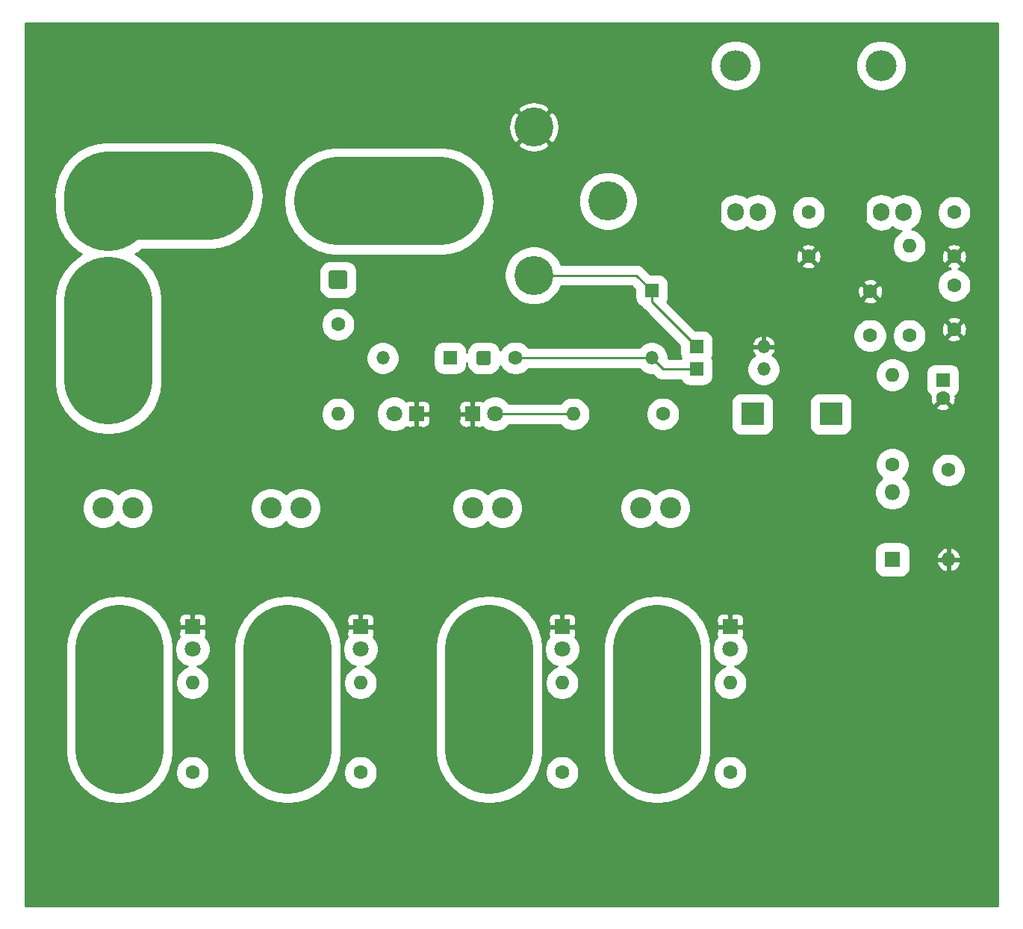
<source format=gbr>
%TF.GenerationSoftware,KiCad,Pcbnew,(5.1.9)-1*%
%TF.CreationDate,2021-04-19T13:23:52+01:00*%
%TF.ProjectId,PowerPole,506f7765-7250-46f6-9c65-2e6b69636164,rev?*%
%TF.SameCoordinates,Original*%
%TF.FileFunction,Copper,L2,Bot*%
%TF.FilePolarity,Positive*%
%FSLAX46Y46*%
G04 Gerber Fmt 4.6, Leading zero omitted, Abs format (unit mm)*
G04 Created by KiCad (PCBNEW (5.1.9)-1) date 2021-04-19 13:23:52*
%MOMM*%
%LPD*%
G01*
G04 APERTURE LIST*
%TA.AperFunction,ComponentPad*%
%ADD10C,4.428000*%
%TD*%
%TA.AperFunction,ComponentPad*%
%ADD11C,2.400000*%
%TD*%
%TA.AperFunction,ComponentPad*%
%ADD12O,1.600000X1.600000*%
%TD*%
%TA.AperFunction,ComponentPad*%
%ADD13C,1.600000*%
%TD*%
%TA.AperFunction,ComponentPad*%
%ADD14O,6.000000X5.500000*%
%TD*%
%TA.AperFunction,ComponentPad*%
%ADD15O,1.905000X2.000000*%
%TD*%
%TA.AperFunction,ComponentPad*%
%ADD16R,1.905000X2.000000*%
%TD*%
%TA.AperFunction,ComponentPad*%
%ADD17O,3.500000X3.500000*%
%TD*%
%TA.AperFunction,ComponentPad*%
%ADD18C,1.800000*%
%TD*%
%TA.AperFunction,ComponentPad*%
%ADD19R,1.800000X1.800000*%
%TD*%
%TA.AperFunction,ComponentPad*%
%ADD20O,1.500000X1.500000*%
%TD*%
%TA.AperFunction,ComponentPad*%
%ADD21R,1.500000X1.500000*%
%TD*%
%TA.AperFunction,ComponentPad*%
%ADD22O,2.600000X2.600000*%
%TD*%
%TA.AperFunction,ComponentPad*%
%ADD23R,2.600000X2.600000*%
%TD*%
%TA.AperFunction,ComponentPad*%
%ADD24O,1.800000X1.800000*%
%TD*%
%TA.AperFunction,ComponentPad*%
%ADD25R,1.600000X1.600000*%
%TD*%
%TA.AperFunction,Conductor*%
%ADD26C,0.250000*%
%TD*%
%TA.AperFunction,Conductor*%
%ADD27C,10.000000*%
%TD*%
%TA.AperFunction,Conductor*%
%ADD28C,0.254000*%
%TD*%
%TA.AperFunction,Conductor*%
%ADD29C,0.100000*%
%TD*%
G04 APERTURE END LIST*
D10*
%TO.P,K1,87*%
%TO.N,/Vout*%
X155060000Y-36830000D03*
%TO.P,K1,86*%
%TO.N,Net-(D11-Pad1)*%
X146660000Y-45230000D03*
%TO.P,K1,85*%
%TO.N,/GND*%
X146660000Y-28430000D03*
%TO.P,K1,30*%
%TO.N,Net-(D14-Pad2)*%
X137160000Y-36830000D03*
%TD*%
D11*
%TO.P,F5,4*%
%TO.N,/Vout*%
X158750000Y-71620000D03*
%TO.P,F5,3*%
X162150000Y-71620000D03*
%TO.P,F5,2*%
%TO.N,Net-(F5-Pad1)*%
X162150000Y-85090000D03*
%TO.P,F5,1*%
X158750000Y-85090000D03*
%TD*%
%TO.P,F4,4*%
%TO.N,/Vout*%
X139700000Y-71620000D03*
%TO.P,F4,3*%
X143100000Y-71620000D03*
%TO.P,F4,2*%
%TO.N,Net-(F4-Pad1)*%
X143100000Y-85090000D03*
%TO.P,F4,1*%
X139700000Y-85090000D03*
%TD*%
%TO.P,F3,4*%
%TO.N,/Vout*%
X116840000Y-71620000D03*
%TO.P,F3,3*%
X120240000Y-71620000D03*
%TO.P,F3,2*%
%TO.N,Net-(F3-Pad1)*%
X120240000Y-85090000D03*
%TO.P,F3,1*%
X116840000Y-85090000D03*
%TD*%
%TO.P,F2,4*%
%TO.N,/Vout*%
X97790000Y-71620000D03*
%TO.P,F2,3*%
X101190000Y-71620000D03*
%TO.P,F2,2*%
%TO.N,Net-(F2-Pad1)*%
X101190000Y-85090000D03*
%TO.P,F2,1*%
X97790000Y-85090000D03*
%TD*%
%TO.P,F1,4*%
%TO.N,Net-(D14-Pad2)*%
X123325000Y-34925000D03*
%TO.P,F1,3*%
X123325000Y-38325000D03*
%TO.P,F1,2*%
%TO.N,Net-(F1-Pad1)*%
X109855000Y-38325000D03*
%TO.P,F1,1*%
X109855000Y-34925000D03*
%TD*%
D12*
%TO.P,R8,2*%
%TO.N,Net-(D15-Pad2)*%
X124460000Y-60960000D03*
D13*
%TO.P,R8,1*%
%TO.N,Net-(D14-Pad2)*%
X124460000Y-50800000D03*
%TD*%
%TO.P,J8,1*%
%TO.N,/GND*%
%TA.AperFunction,ComponentPad*%
G36*
G01*
X105750000Y-59734200D02*
X105750000Y-55835800D01*
G75*
G02*
X106000800Y-55585000I250800J0D01*
G01*
X109899200Y-55585000D01*
G75*
G02*
X110150000Y-55835800I0J-250800D01*
G01*
X110150000Y-59734200D01*
G75*
G02*
X109899200Y-59985000I-250800J0D01*
G01*
X106000800Y-59985000D01*
G75*
G02*
X105750000Y-59734200I0J250800D01*
G01*
G37*
%TD.AperFunction*%
%TD*%
%TO.P,J7,1*%
%TO.N,Net-(J1-Pad2)*%
%TA.AperFunction,ComponentPad*%
G36*
G01*
X96225000Y-59734200D02*
X96225000Y-55835800D01*
G75*
G02*
X96475800Y-55585000I250800J0D01*
G01*
X100374200Y-55585000D01*
G75*
G02*
X100625000Y-55835800I0J-250800D01*
G01*
X100625000Y-59734200D01*
G75*
G02*
X100374200Y-59985000I-250800J0D01*
G01*
X96475800Y-59985000D01*
G75*
G02*
X96225000Y-59734200I0J250800D01*
G01*
G37*
%TD.AperFunction*%
%TD*%
%TO.P,J6,1*%
%TO.N,Net-(D14-Pad2)*%
%TA.AperFunction,ComponentPad*%
G36*
G01*
X123410000Y-46520001D02*
X123410000Y-44919999D01*
G75*
G02*
X123659999Y-44670000I249999J0D01*
G01*
X125260001Y-44670000D01*
G75*
G02*
X125510000Y-44919999I0J-249999D01*
G01*
X125510000Y-46520001D01*
G75*
G02*
X125260001Y-46770000I-249999J0D01*
G01*
X123659999Y-46770000D01*
G75*
G02*
X123410000Y-46520001I0J249999D01*
G01*
G37*
%TD.AperFunction*%
%TD*%
D14*
%TO.P,J5,2*%
%TO.N,/GND*%
X99695000Y-108230000D03*
%TO.P,J5,1*%
%TO.N,Net-(F2-Pad1)*%
X99695000Y-100330000D03*
%TD*%
%TO.P,J4,2*%
%TO.N,/GND*%
X118745000Y-108230000D03*
%TO.P,J4,1*%
%TO.N,Net-(F3-Pad1)*%
X118745000Y-100330000D03*
%TD*%
%TO.P,J3,2*%
%TO.N,/GND*%
X141605000Y-108230000D03*
%TO.P,J3,1*%
%TO.N,Net-(F4-Pad1)*%
X141605000Y-100330000D03*
%TD*%
%TO.P,J2,2*%
%TO.N,/GND*%
X160655000Y-108230000D03*
%TO.P,J2,1*%
%TO.N,Net-(F5-Pad1)*%
X160655000Y-100330000D03*
%TD*%
%TO.P,J1,2*%
%TO.N,Net-(J1-Pad2)*%
X98425000Y-46635000D03*
%TO.P,J1,1*%
%TO.N,Net-(F1-Pad1)*%
X98425000Y-38735000D03*
%TD*%
D13*
%TO.P,C5,2*%
%TO.N,/GND*%
X177800000Y-43100000D03*
%TO.P,C5,1*%
%TO.N,Net-(C1-Pad1)*%
X177800000Y-38100000D03*
%TD*%
D15*
%TO.P,D1,3*%
%TO.N,Net-(C1-Pad1)*%
X172085000Y-38100000D03*
%TO.P,D1,2*%
%TO.N,/Vout*%
X169545000Y-38100000D03*
D16*
%TO.P,D1,1*%
%TO.N,/GND*%
X167005000Y-38100000D03*
D17*
%TO.P,D1,*%
%TO.N,*%
X169545000Y-21440000D03*
%TD*%
D13*
%TO.P,SW1,2*%
%TO.N,Net-(D11-Pad2)*%
X144570000Y-54610000D03*
%TO.P,SW1,1*%
%TO.N,Net-(D14-Pad1)*%
%TA.AperFunction,ComponentPad*%
G36*
G01*
X140170000Y-55160000D02*
X140170000Y-54060000D01*
G75*
G02*
X140420000Y-53810000I250000J0D01*
G01*
X141520000Y-53810000D01*
G75*
G02*
X141770000Y-54060000I0J-250000D01*
G01*
X141770000Y-55160000D01*
G75*
G02*
X141520000Y-55410000I-250000J0D01*
G01*
X140420000Y-55410000D01*
G75*
G02*
X140170000Y-55160000I0J250000D01*
G01*
G37*
%TD.AperFunction*%
%TD*%
D12*
%TO.P,R9,2*%
%TO.N,Net-(C1-Pad1)*%
X189230000Y-41910000D03*
D13*
%TO.P,R9,1*%
X189230000Y-52070000D03*
%TD*%
D12*
%TO.P,R7,2*%
%TO.N,Net-(D10-Pad2)*%
X107950000Y-91440000D03*
D13*
%TO.P,R7,1*%
%TO.N,Net-(F2-Pad1)*%
X107950000Y-101600000D03*
%TD*%
D12*
%TO.P,R6,2*%
%TO.N,Net-(D9-Pad2)*%
X127000000Y-91440000D03*
D13*
%TO.P,R6,1*%
%TO.N,Net-(F3-Pad1)*%
X127000000Y-101600000D03*
%TD*%
D12*
%TO.P,R5,2*%
%TO.N,Net-(D8-Pad2)*%
X149860000Y-91440000D03*
D13*
%TO.P,R5,1*%
%TO.N,Net-(F4-Pad1)*%
X149860000Y-101600000D03*
%TD*%
D12*
%TO.P,R4,2*%
%TO.N,Net-(D7-Pad2)*%
X168910000Y-91440000D03*
D13*
%TO.P,R4,1*%
%TO.N,Net-(F5-Pad1)*%
X168910000Y-101600000D03*
%TD*%
D12*
%TO.P,R3,2*%
%TO.N,Net-(D6-Pad2)*%
X151130000Y-60960000D03*
D13*
%TO.P,R3,1*%
%TO.N,/Vout*%
X161290000Y-60960000D03*
%TD*%
D12*
%TO.P,R2,2*%
%TO.N,Net-(C1-Pad1)*%
X187325000Y-56515000D03*
D13*
%TO.P,R2,1*%
%TO.N,Net-(D3-Pad2)*%
X187325000Y-66675000D03*
%TD*%
D12*
%TO.P,R1,2*%
%TO.N,/GND*%
X193675000Y-77470000D03*
D13*
%TO.P,R1,1*%
%TO.N,Net-(C1-Pad1)*%
X193675000Y-67310000D03*
%TD*%
D18*
%TO.P,D15,2*%
%TO.N,Net-(D15-Pad2)*%
X130810000Y-60960000D03*
D19*
%TO.P,D15,1*%
%TO.N,/GND*%
X133350000Y-60960000D03*
%TD*%
D20*
%TO.P,D14,2*%
%TO.N,Net-(D14-Pad2)*%
X129540000Y-54610000D03*
D21*
%TO.P,D14,1*%
%TO.N,Net-(D14-Pad1)*%
X137160000Y-54610000D03*
%TD*%
D20*
%TO.P,D13,2*%
%TO.N,/GND*%
X172720000Y-53340000D03*
D21*
%TO.P,D13,1*%
%TO.N,Net-(D11-Pad1)*%
X165100000Y-53340000D03*
%TD*%
D20*
%TO.P,D12,2*%
%TO.N,/Vout*%
X172720000Y-55880000D03*
D21*
%TO.P,D12,1*%
%TO.N,Net-(D11-Pad2)*%
X165100000Y-55880000D03*
%TD*%
D20*
%TO.P,D11,2*%
%TO.N,Net-(D11-Pad2)*%
X160020000Y-54610000D03*
D21*
%TO.P,D11,1*%
%TO.N,Net-(D11-Pad1)*%
X160020000Y-46990000D03*
%TD*%
D18*
%TO.P,D10,2*%
%TO.N,Net-(D10-Pad2)*%
X107950000Y-87630000D03*
D19*
%TO.P,D10,1*%
%TO.N,/GND*%
X107950000Y-85090000D03*
%TD*%
D18*
%TO.P,D9,2*%
%TO.N,Net-(D9-Pad2)*%
X127000000Y-87630000D03*
D19*
%TO.P,D9,1*%
%TO.N,/GND*%
X127000000Y-85090000D03*
%TD*%
D18*
%TO.P,D8,2*%
%TO.N,Net-(D8-Pad2)*%
X149860000Y-87630000D03*
D19*
%TO.P,D8,1*%
%TO.N,/GND*%
X149860000Y-85090000D03*
%TD*%
D18*
%TO.P,D7,2*%
%TO.N,Net-(D7-Pad2)*%
X168910000Y-87630000D03*
D19*
%TO.P,D7,1*%
%TO.N,/GND*%
X168910000Y-85090000D03*
%TD*%
D18*
%TO.P,D6,2*%
%TO.N,Net-(D6-Pad2)*%
X142240000Y-60960000D03*
D19*
%TO.P,D6,1*%
%TO.N,/GND*%
X139700000Y-60960000D03*
%TD*%
D22*
%TO.P,D5,2*%
%TO.N,/GND*%
X180340000Y-76200000D03*
D23*
%TO.P,D5,1*%
%TO.N,/Vout*%
X180340000Y-60960000D03*
%TD*%
D22*
%TO.P,D4,2*%
%TO.N,/GND*%
X171450000Y-76200000D03*
D23*
%TO.P,D4,1*%
%TO.N,/Vout*%
X171450000Y-60960000D03*
%TD*%
D24*
%TO.P,D3,2*%
%TO.N,Net-(D3-Pad2)*%
X187325000Y-69850000D03*
D19*
%TO.P,D3,1*%
%TO.N,/Vout*%
X187325000Y-77470000D03*
%TD*%
D15*
%TO.P,D2,3*%
%TO.N,Net-(C1-Pad1)*%
X188595000Y-38100000D03*
%TO.P,D2,2*%
%TO.N,/Vout*%
X186055000Y-38100000D03*
D16*
%TO.P,D2,1*%
%TO.N,/GND*%
X183515000Y-38100000D03*
D17*
%TO.P,D2,*%
%TO.N,*%
X186055000Y-21440000D03*
%TD*%
D13*
%TO.P,C4,2*%
%TO.N,/GND*%
X184785000Y-47070000D03*
%TO.P,C4,1*%
%TO.N,Net-(C1-Pad1)*%
X184785000Y-52070000D03*
%TD*%
%TO.P,C3,2*%
%TO.N,/GND*%
X194310000Y-51355000D03*
%TO.P,C3,1*%
%TO.N,Net-(C1-Pad1)*%
X194310000Y-46355000D03*
%TD*%
%TO.P,C2,2*%
%TO.N,/GND*%
X194310000Y-43100000D03*
%TO.P,C2,1*%
%TO.N,Net-(C1-Pad1)*%
X194310000Y-38100000D03*
%TD*%
%TO.P,C1,2*%
%TO.N,/GND*%
X193040000Y-59150000D03*
D25*
%TO.P,C1,1*%
%TO.N,Net-(C1-Pad1)*%
X193040000Y-57150000D03*
%TD*%
D26*
%TO.N,Net-(D6-Pad2)*%
X142240000Y-60960000D02*
X151130000Y-60960000D01*
%TO.N,Net-(D11-Pad2)*%
X144570000Y-54610000D02*
X160020000Y-54610000D01*
X161290000Y-55880000D02*
X160020000Y-54610000D01*
X165100000Y-55880000D02*
X161290000Y-55880000D01*
%TO.N,Net-(D11-Pad1)*%
X158260000Y-45230000D02*
X160020000Y-46990000D01*
X146660000Y-45230000D02*
X158260000Y-45230000D01*
X160020000Y-48260000D02*
X165100000Y-53340000D01*
X160020000Y-46990000D02*
X160020000Y-48260000D01*
D27*
%TO.N,Net-(D14-Pad2)*%
X136000000Y-36830000D02*
X124460000Y-36830000D01*
%TO.N,Net-(F1-Pad1)*%
X98425000Y-36195000D02*
X109855000Y-36195000D01*
X98425000Y-37500000D02*
X98425000Y-37000000D01*
%TO.N,Net-(F2-Pad1)*%
X99695000Y-99000000D02*
X99695000Y-87630000D01*
%TO.N,Net-(F3-Pad1)*%
X118745000Y-99000000D02*
X118745000Y-87630000D01*
%TO.N,Net-(F4-Pad1)*%
X141605000Y-99000000D02*
X141605000Y-87630000D01*
%TO.N,Net-(F5-Pad1)*%
X160655000Y-99000000D02*
X160655000Y-87630000D01*
%TO.N,Net-(J1-Pad2)*%
X98425000Y-57150000D02*
X98425000Y-48150000D01*
%TD*%
D28*
%TO.N,/GND*%
X199263000Y-116713000D02*
X89027000Y-116713000D01*
X89027000Y-99300990D01*
X93568000Y-99300990D01*
X93656653Y-100201101D01*
X94007002Y-101356045D01*
X94575937Y-102420448D01*
X95341595Y-103353405D01*
X96274551Y-104119063D01*
X97338954Y-104687998D01*
X98493898Y-105038347D01*
X99695000Y-105156645D01*
X100896101Y-105038347D01*
X102051045Y-104687998D01*
X103115448Y-104119063D01*
X104048405Y-103353405D01*
X104814063Y-102420449D01*
X105354048Y-101410207D01*
X106023000Y-101410207D01*
X106023000Y-101789793D01*
X106097053Y-102162085D01*
X106242315Y-102512777D01*
X106453201Y-102828391D01*
X106721609Y-103096799D01*
X107037223Y-103307685D01*
X107387915Y-103452947D01*
X107760207Y-103527000D01*
X108139793Y-103527000D01*
X108512085Y-103452947D01*
X108862777Y-103307685D01*
X109178391Y-103096799D01*
X109446799Y-102828391D01*
X109657685Y-102512777D01*
X109802947Y-102162085D01*
X109877000Y-101789793D01*
X109877000Y-101410207D01*
X109802947Y-101037915D01*
X109657685Y-100687223D01*
X109446799Y-100371609D01*
X109178391Y-100103201D01*
X108862777Y-99892315D01*
X108512085Y-99747053D01*
X108139793Y-99673000D01*
X107760207Y-99673000D01*
X107387915Y-99747053D01*
X107037223Y-99892315D01*
X106721609Y-100103201D01*
X106453201Y-100371609D01*
X106242315Y-100687223D01*
X106097053Y-101037915D01*
X106023000Y-101410207D01*
X105354048Y-101410207D01*
X105382998Y-101356046D01*
X105733347Y-100201102D01*
X105822000Y-99300991D01*
X105822000Y-99300990D01*
X112618000Y-99300990D01*
X112706653Y-100201101D01*
X113057002Y-101356045D01*
X113625937Y-102420448D01*
X114391595Y-103353405D01*
X115324551Y-104119063D01*
X116388954Y-104687998D01*
X117543898Y-105038347D01*
X118745000Y-105156645D01*
X119946101Y-105038347D01*
X121101045Y-104687998D01*
X122165448Y-104119063D01*
X123098405Y-103353405D01*
X123864063Y-102420449D01*
X124404048Y-101410207D01*
X125073000Y-101410207D01*
X125073000Y-101789793D01*
X125147053Y-102162085D01*
X125292315Y-102512777D01*
X125503201Y-102828391D01*
X125771609Y-103096799D01*
X126087223Y-103307685D01*
X126437915Y-103452947D01*
X126810207Y-103527000D01*
X127189793Y-103527000D01*
X127562085Y-103452947D01*
X127912777Y-103307685D01*
X128228391Y-103096799D01*
X128496799Y-102828391D01*
X128707685Y-102512777D01*
X128852947Y-102162085D01*
X128927000Y-101789793D01*
X128927000Y-101410207D01*
X128852947Y-101037915D01*
X128707685Y-100687223D01*
X128496799Y-100371609D01*
X128228391Y-100103201D01*
X127912777Y-99892315D01*
X127562085Y-99747053D01*
X127189793Y-99673000D01*
X126810207Y-99673000D01*
X126437915Y-99747053D01*
X126087223Y-99892315D01*
X125771609Y-100103201D01*
X125503201Y-100371609D01*
X125292315Y-100687223D01*
X125147053Y-101037915D01*
X125073000Y-101410207D01*
X124404048Y-101410207D01*
X124432998Y-101356046D01*
X124783347Y-100201102D01*
X124872000Y-99300991D01*
X124872000Y-99300990D01*
X135478000Y-99300990D01*
X135566653Y-100201101D01*
X135917002Y-101356045D01*
X136485937Y-102420448D01*
X137251595Y-103353405D01*
X138184551Y-104119063D01*
X139248954Y-104687998D01*
X140403898Y-105038347D01*
X141605000Y-105156645D01*
X142806101Y-105038347D01*
X143961045Y-104687998D01*
X145025448Y-104119063D01*
X145958405Y-103353405D01*
X146724063Y-102420449D01*
X147264048Y-101410207D01*
X147933000Y-101410207D01*
X147933000Y-101789793D01*
X148007053Y-102162085D01*
X148152315Y-102512777D01*
X148363201Y-102828391D01*
X148631609Y-103096799D01*
X148947223Y-103307685D01*
X149297915Y-103452947D01*
X149670207Y-103527000D01*
X150049793Y-103527000D01*
X150422085Y-103452947D01*
X150772777Y-103307685D01*
X151088391Y-103096799D01*
X151356799Y-102828391D01*
X151567685Y-102512777D01*
X151712947Y-102162085D01*
X151787000Y-101789793D01*
X151787000Y-101410207D01*
X151712947Y-101037915D01*
X151567685Y-100687223D01*
X151356799Y-100371609D01*
X151088391Y-100103201D01*
X150772777Y-99892315D01*
X150422085Y-99747053D01*
X150049793Y-99673000D01*
X149670207Y-99673000D01*
X149297915Y-99747053D01*
X148947223Y-99892315D01*
X148631609Y-100103201D01*
X148363201Y-100371609D01*
X148152315Y-100687223D01*
X148007053Y-101037915D01*
X147933000Y-101410207D01*
X147264048Y-101410207D01*
X147292998Y-101356046D01*
X147643347Y-100201102D01*
X147732000Y-99300991D01*
X147732000Y-99300990D01*
X154528000Y-99300990D01*
X154616653Y-100201101D01*
X154967002Y-101356045D01*
X155535937Y-102420448D01*
X156301595Y-103353405D01*
X157234551Y-104119063D01*
X158298954Y-104687998D01*
X159453898Y-105038347D01*
X160655000Y-105156645D01*
X161856101Y-105038347D01*
X163011045Y-104687998D01*
X164075448Y-104119063D01*
X165008405Y-103353405D01*
X165774063Y-102420449D01*
X166314048Y-101410207D01*
X166983000Y-101410207D01*
X166983000Y-101789793D01*
X167057053Y-102162085D01*
X167202315Y-102512777D01*
X167413201Y-102828391D01*
X167681609Y-103096799D01*
X167997223Y-103307685D01*
X168347915Y-103452947D01*
X168720207Y-103527000D01*
X169099793Y-103527000D01*
X169472085Y-103452947D01*
X169822777Y-103307685D01*
X170138391Y-103096799D01*
X170406799Y-102828391D01*
X170617685Y-102512777D01*
X170762947Y-102162085D01*
X170837000Y-101789793D01*
X170837000Y-101410207D01*
X170762947Y-101037915D01*
X170617685Y-100687223D01*
X170406799Y-100371609D01*
X170138391Y-100103201D01*
X169822777Y-99892315D01*
X169472085Y-99747053D01*
X169099793Y-99673000D01*
X168720207Y-99673000D01*
X168347915Y-99747053D01*
X167997223Y-99892315D01*
X167681609Y-100103201D01*
X167413201Y-100371609D01*
X167202315Y-100687223D01*
X167057053Y-101037915D01*
X166983000Y-101410207D01*
X166314048Y-101410207D01*
X166342998Y-101356046D01*
X166693347Y-100201102D01*
X166782000Y-99300991D01*
X166782000Y-87430358D01*
X166883000Y-87430358D01*
X166883000Y-87829642D01*
X166960896Y-88221254D01*
X167113696Y-88590145D01*
X167335526Y-88922137D01*
X167617863Y-89204474D01*
X167949855Y-89426304D01*
X168318746Y-89579104D01*
X168353312Y-89585980D01*
X168347915Y-89587053D01*
X167997223Y-89732315D01*
X167681609Y-89943201D01*
X167413201Y-90211609D01*
X167202315Y-90527223D01*
X167057053Y-90877915D01*
X166983000Y-91250207D01*
X166983000Y-91629793D01*
X167057053Y-92002085D01*
X167202315Y-92352777D01*
X167413201Y-92668391D01*
X167681609Y-92936799D01*
X167997223Y-93147685D01*
X168347915Y-93292947D01*
X168720207Y-93367000D01*
X169099793Y-93367000D01*
X169472085Y-93292947D01*
X169822777Y-93147685D01*
X170138391Y-92936799D01*
X170406799Y-92668391D01*
X170617685Y-92352777D01*
X170762947Y-92002085D01*
X170837000Y-91629793D01*
X170837000Y-91250207D01*
X170762947Y-90877915D01*
X170617685Y-90527223D01*
X170406799Y-90211609D01*
X170138391Y-89943201D01*
X169822777Y-89732315D01*
X169472085Y-89587053D01*
X169466688Y-89585980D01*
X169501254Y-89579104D01*
X169870145Y-89426304D01*
X170202137Y-89204474D01*
X170484474Y-88922137D01*
X170706304Y-88590145D01*
X170859104Y-88221254D01*
X170937000Y-87829642D01*
X170937000Y-87430358D01*
X170859104Y-87038746D01*
X170706304Y-86669855D01*
X170484474Y-86337863D01*
X170392984Y-86246373D01*
X170399502Y-86234180D01*
X170435812Y-86114482D01*
X170448072Y-85990000D01*
X170445000Y-85375750D01*
X170286250Y-85217000D01*
X169037000Y-85217000D01*
X169037000Y-85237000D01*
X168783000Y-85237000D01*
X168783000Y-85217000D01*
X167533750Y-85217000D01*
X167375000Y-85375750D01*
X167371928Y-85990000D01*
X167384188Y-86114482D01*
X167420498Y-86234180D01*
X167427016Y-86246373D01*
X167335526Y-86337863D01*
X167113696Y-86669855D01*
X166960896Y-87038746D01*
X166883000Y-87430358D01*
X166782000Y-87430358D01*
X166782000Y-87329009D01*
X166693347Y-86428898D01*
X166342998Y-85273954D01*
X165774063Y-84209551D01*
X165758018Y-84190000D01*
X167371928Y-84190000D01*
X167375000Y-84804250D01*
X167533750Y-84963000D01*
X168783000Y-84963000D01*
X168783000Y-83713750D01*
X169037000Y-83713750D01*
X169037000Y-84963000D01*
X170286250Y-84963000D01*
X170445000Y-84804250D01*
X170448072Y-84190000D01*
X170435812Y-84065518D01*
X170399502Y-83945820D01*
X170340537Y-83835506D01*
X170261185Y-83738815D01*
X170164494Y-83659463D01*
X170054180Y-83600498D01*
X169934482Y-83564188D01*
X169810000Y-83551928D01*
X169195750Y-83555000D01*
X169037000Y-83713750D01*
X168783000Y-83713750D01*
X168624250Y-83555000D01*
X168010000Y-83551928D01*
X167885518Y-83564188D01*
X167765820Y-83600498D01*
X167655506Y-83659463D01*
X167558815Y-83738815D01*
X167479463Y-83835506D01*
X167420498Y-83945820D01*
X167384188Y-84065518D01*
X167371928Y-84190000D01*
X165758018Y-84190000D01*
X165008405Y-83276595D01*
X164075449Y-82510937D01*
X163011046Y-81942002D01*
X161856102Y-81591653D01*
X160655000Y-81473355D01*
X159453899Y-81591653D01*
X158298955Y-81942002D01*
X157234552Y-82510937D01*
X156301596Y-83276595D01*
X155535938Y-84209551D01*
X154967003Y-85273954D01*
X154616654Y-86428898D01*
X154528001Y-87329009D01*
X154528000Y-99300990D01*
X147732000Y-99300990D01*
X147732000Y-87430358D01*
X147833000Y-87430358D01*
X147833000Y-87829642D01*
X147910896Y-88221254D01*
X148063696Y-88590145D01*
X148285526Y-88922137D01*
X148567863Y-89204474D01*
X148899855Y-89426304D01*
X149268746Y-89579104D01*
X149303312Y-89585980D01*
X149297915Y-89587053D01*
X148947223Y-89732315D01*
X148631609Y-89943201D01*
X148363201Y-90211609D01*
X148152315Y-90527223D01*
X148007053Y-90877915D01*
X147933000Y-91250207D01*
X147933000Y-91629793D01*
X148007053Y-92002085D01*
X148152315Y-92352777D01*
X148363201Y-92668391D01*
X148631609Y-92936799D01*
X148947223Y-93147685D01*
X149297915Y-93292947D01*
X149670207Y-93367000D01*
X150049793Y-93367000D01*
X150422085Y-93292947D01*
X150772777Y-93147685D01*
X151088391Y-92936799D01*
X151356799Y-92668391D01*
X151567685Y-92352777D01*
X151712947Y-92002085D01*
X151787000Y-91629793D01*
X151787000Y-91250207D01*
X151712947Y-90877915D01*
X151567685Y-90527223D01*
X151356799Y-90211609D01*
X151088391Y-89943201D01*
X150772777Y-89732315D01*
X150422085Y-89587053D01*
X150416688Y-89585980D01*
X150451254Y-89579104D01*
X150820145Y-89426304D01*
X151152137Y-89204474D01*
X151434474Y-88922137D01*
X151656304Y-88590145D01*
X151809104Y-88221254D01*
X151887000Y-87829642D01*
X151887000Y-87430358D01*
X151809104Y-87038746D01*
X151656304Y-86669855D01*
X151434474Y-86337863D01*
X151342984Y-86246373D01*
X151349502Y-86234180D01*
X151385812Y-86114482D01*
X151398072Y-85990000D01*
X151395000Y-85375750D01*
X151236250Y-85217000D01*
X149987000Y-85217000D01*
X149987000Y-85237000D01*
X149733000Y-85237000D01*
X149733000Y-85217000D01*
X148483750Y-85217000D01*
X148325000Y-85375750D01*
X148321928Y-85990000D01*
X148334188Y-86114482D01*
X148370498Y-86234180D01*
X148377016Y-86246373D01*
X148285526Y-86337863D01*
X148063696Y-86669855D01*
X147910896Y-87038746D01*
X147833000Y-87430358D01*
X147732000Y-87430358D01*
X147732000Y-87329009D01*
X147643347Y-86428898D01*
X147292998Y-85273954D01*
X146724063Y-84209551D01*
X146708018Y-84190000D01*
X148321928Y-84190000D01*
X148325000Y-84804250D01*
X148483750Y-84963000D01*
X149733000Y-84963000D01*
X149733000Y-83713750D01*
X149987000Y-83713750D01*
X149987000Y-84963000D01*
X151236250Y-84963000D01*
X151395000Y-84804250D01*
X151398072Y-84190000D01*
X151385812Y-84065518D01*
X151349502Y-83945820D01*
X151290537Y-83835506D01*
X151211185Y-83738815D01*
X151114494Y-83659463D01*
X151004180Y-83600498D01*
X150884482Y-83564188D01*
X150760000Y-83551928D01*
X150145750Y-83555000D01*
X149987000Y-83713750D01*
X149733000Y-83713750D01*
X149574250Y-83555000D01*
X148960000Y-83551928D01*
X148835518Y-83564188D01*
X148715820Y-83600498D01*
X148605506Y-83659463D01*
X148508815Y-83738815D01*
X148429463Y-83835506D01*
X148370498Y-83945820D01*
X148334188Y-84065518D01*
X148321928Y-84190000D01*
X146708018Y-84190000D01*
X145958405Y-83276595D01*
X145025449Y-82510937D01*
X143961046Y-81942002D01*
X142806102Y-81591653D01*
X141605000Y-81473355D01*
X140403899Y-81591653D01*
X139248955Y-81942002D01*
X138184552Y-82510937D01*
X137251596Y-83276595D01*
X136485938Y-84209551D01*
X135917003Y-85273954D01*
X135566654Y-86428898D01*
X135478001Y-87329009D01*
X135478000Y-99300990D01*
X124872000Y-99300990D01*
X124872000Y-87430358D01*
X124973000Y-87430358D01*
X124973000Y-87829642D01*
X125050896Y-88221254D01*
X125203696Y-88590145D01*
X125425526Y-88922137D01*
X125707863Y-89204474D01*
X126039855Y-89426304D01*
X126408746Y-89579104D01*
X126443312Y-89585980D01*
X126437915Y-89587053D01*
X126087223Y-89732315D01*
X125771609Y-89943201D01*
X125503201Y-90211609D01*
X125292315Y-90527223D01*
X125147053Y-90877915D01*
X125073000Y-91250207D01*
X125073000Y-91629793D01*
X125147053Y-92002085D01*
X125292315Y-92352777D01*
X125503201Y-92668391D01*
X125771609Y-92936799D01*
X126087223Y-93147685D01*
X126437915Y-93292947D01*
X126810207Y-93367000D01*
X127189793Y-93367000D01*
X127562085Y-93292947D01*
X127912777Y-93147685D01*
X128228391Y-92936799D01*
X128496799Y-92668391D01*
X128707685Y-92352777D01*
X128852947Y-92002085D01*
X128927000Y-91629793D01*
X128927000Y-91250207D01*
X128852947Y-90877915D01*
X128707685Y-90527223D01*
X128496799Y-90211609D01*
X128228391Y-89943201D01*
X127912777Y-89732315D01*
X127562085Y-89587053D01*
X127556688Y-89585980D01*
X127591254Y-89579104D01*
X127960145Y-89426304D01*
X128292137Y-89204474D01*
X128574474Y-88922137D01*
X128796304Y-88590145D01*
X128949104Y-88221254D01*
X129027000Y-87829642D01*
X129027000Y-87430358D01*
X128949104Y-87038746D01*
X128796304Y-86669855D01*
X128574474Y-86337863D01*
X128482984Y-86246373D01*
X128489502Y-86234180D01*
X128525812Y-86114482D01*
X128538072Y-85990000D01*
X128535000Y-85375750D01*
X128376250Y-85217000D01*
X127127000Y-85217000D01*
X127127000Y-85237000D01*
X126873000Y-85237000D01*
X126873000Y-85217000D01*
X125623750Y-85217000D01*
X125465000Y-85375750D01*
X125461928Y-85990000D01*
X125474188Y-86114482D01*
X125510498Y-86234180D01*
X125517016Y-86246373D01*
X125425526Y-86337863D01*
X125203696Y-86669855D01*
X125050896Y-87038746D01*
X124973000Y-87430358D01*
X124872000Y-87430358D01*
X124872000Y-87329009D01*
X124783347Y-86428898D01*
X124432998Y-85273954D01*
X123864063Y-84209551D01*
X123848018Y-84190000D01*
X125461928Y-84190000D01*
X125465000Y-84804250D01*
X125623750Y-84963000D01*
X126873000Y-84963000D01*
X126873000Y-83713750D01*
X127127000Y-83713750D01*
X127127000Y-84963000D01*
X128376250Y-84963000D01*
X128535000Y-84804250D01*
X128538072Y-84190000D01*
X128525812Y-84065518D01*
X128489502Y-83945820D01*
X128430537Y-83835506D01*
X128351185Y-83738815D01*
X128254494Y-83659463D01*
X128144180Y-83600498D01*
X128024482Y-83564188D01*
X127900000Y-83551928D01*
X127285750Y-83555000D01*
X127127000Y-83713750D01*
X126873000Y-83713750D01*
X126714250Y-83555000D01*
X126100000Y-83551928D01*
X125975518Y-83564188D01*
X125855820Y-83600498D01*
X125745506Y-83659463D01*
X125648815Y-83738815D01*
X125569463Y-83835506D01*
X125510498Y-83945820D01*
X125474188Y-84065518D01*
X125461928Y-84190000D01*
X123848018Y-84190000D01*
X123098405Y-83276595D01*
X122165449Y-82510937D01*
X121101046Y-81942002D01*
X119946102Y-81591653D01*
X118745000Y-81473355D01*
X117543899Y-81591653D01*
X116388955Y-81942002D01*
X115324552Y-82510937D01*
X114391596Y-83276595D01*
X113625938Y-84209551D01*
X113057003Y-85273954D01*
X112706654Y-86428898D01*
X112618001Y-87329009D01*
X112618000Y-99300990D01*
X105822000Y-99300990D01*
X105822000Y-87430358D01*
X105923000Y-87430358D01*
X105923000Y-87829642D01*
X106000896Y-88221254D01*
X106153696Y-88590145D01*
X106375526Y-88922137D01*
X106657863Y-89204474D01*
X106989855Y-89426304D01*
X107358746Y-89579104D01*
X107393312Y-89585980D01*
X107387915Y-89587053D01*
X107037223Y-89732315D01*
X106721609Y-89943201D01*
X106453201Y-90211609D01*
X106242315Y-90527223D01*
X106097053Y-90877915D01*
X106023000Y-91250207D01*
X106023000Y-91629793D01*
X106097053Y-92002085D01*
X106242315Y-92352777D01*
X106453201Y-92668391D01*
X106721609Y-92936799D01*
X107037223Y-93147685D01*
X107387915Y-93292947D01*
X107760207Y-93367000D01*
X108139793Y-93367000D01*
X108512085Y-93292947D01*
X108862777Y-93147685D01*
X109178391Y-92936799D01*
X109446799Y-92668391D01*
X109657685Y-92352777D01*
X109802947Y-92002085D01*
X109877000Y-91629793D01*
X109877000Y-91250207D01*
X109802947Y-90877915D01*
X109657685Y-90527223D01*
X109446799Y-90211609D01*
X109178391Y-89943201D01*
X108862777Y-89732315D01*
X108512085Y-89587053D01*
X108506688Y-89585980D01*
X108541254Y-89579104D01*
X108910145Y-89426304D01*
X109242137Y-89204474D01*
X109524474Y-88922137D01*
X109746304Y-88590145D01*
X109899104Y-88221254D01*
X109977000Y-87829642D01*
X109977000Y-87430358D01*
X109899104Y-87038746D01*
X109746304Y-86669855D01*
X109524474Y-86337863D01*
X109432984Y-86246373D01*
X109439502Y-86234180D01*
X109475812Y-86114482D01*
X109488072Y-85990000D01*
X109485000Y-85375750D01*
X109326250Y-85217000D01*
X108077000Y-85217000D01*
X108077000Y-85237000D01*
X107823000Y-85237000D01*
X107823000Y-85217000D01*
X106573750Y-85217000D01*
X106415000Y-85375750D01*
X106411928Y-85990000D01*
X106424188Y-86114482D01*
X106460498Y-86234180D01*
X106467016Y-86246373D01*
X106375526Y-86337863D01*
X106153696Y-86669855D01*
X106000896Y-87038746D01*
X105923000Y-87430358D01*
X105822000Y-87430358D01*
X105822000Y-87329009D01*
X105733347Y-86428898D01*
X105382998Y-85273954D01*
X104814063Y-84209551D01*
X104798018Y-84190000D01*
X106411928Y-84190000D01*
X106415000Y-84804250D01*
X106573750Y-84963000D01*
X107823000Y-84963000D01*
X107823000Y-83713750D01*
X108077000Y-83713750D01*
X108077000Y-84963000D01*
X109326250Y-84963000D01*
X109485000Y-84804250D01*
X109488072Y-84190000D01*
X109475812Y-84065518D01*
X109439502Y-83945820D01*
X109380537Y-83835506D01*
X109301185Y-83738815D01*
X109204494Y-83659463D01*
X109094180Y-83600498D01*
X108974482Y-83564188D01*
X108850000Y-83551928D01*
X108235750Y-83555000D01*
X108077000Y-83713750D01*
X107823000Y-83713750D01*
X107664250Y-83555000D01*
X107050000Y-83551928D01*
X106925518Y-83564188D01*
X106805820Y-83600498D01*
X106695506Y-83659463D01*
X106598815Y-83738815D01*
X106519463Y-83835506D01*
X106460498Y-83945820D01*
X106424188Y-84065518D01*
X106411928Y-84190000D01*
X104798018Y-84190000D01*
X104048405Y-83276595D01*
X103115449Y-82510937D01*
X102051046Y-81942002D01*
X100896102Y-81591653D01*
X99695000Y-81473355D01*
X98493899Y-81591653D01*
X97338955Y-81942002D01*
X96274552Y-82510937D01*
X95341596Y-83276595D01*
X94575938Y-84209551D01*
X94007003Y-85273954D01*
X93656654Y-86428898D01*
X93568001Y-87329009D01*
X93568000Y-99300990D01*
X89027000Y-99300990D01*
X89027000Y-76570000D01*
X185292547Y-76570000D01*
X185292547Y-78370000D01*
X185314307Y-78590931D01*
X185378750Y-78803371D01*
X185483400Y-78999157D01*
X185624235Y-79170765D01*
X185795843Y-79311600D01*
X185991629Y-79416250D01*
X186204069Y-79480693D01*
X186425000Y-79502453D01*
X188225000Y-79502453D01*
X188445931Y-79480693D01*
X188658371Y-79416250D01*
X188854157Y-79311600D01*
X189025765Y-79170765D01*
X189166600Y-78999157D01*
X189271250Y-78803371D01*
X189335693Y-78590931D01*
X189357453Y-78370000D01*
X189357453Y-77819040D01*
X192283091Y-77819040D01*
X192377930Y-78083881D01*
X192522615Y-78325131D01*
X192711586Y-78533519D01*
X192937580Y-78701037D01*
X193191913Y-78821246D01*
X193325961Y-78861904D01*
X193548000Y-78739915D01*
X193548000Y-77597000D01*
X193802000Y-77597000D01*
X193802000Y-78739915D01*
X194024039Y-78861904D01*
X194158087Y-78821246D01*
X194412420Y-78701037D01*
X194638414Y-78533519D01*
X194827385Y-78325131D01*
X194972070Y-78083881D01*
X195066909Y-77819040D01*
X194945624Y-77597000D01*
X193802000Y-77597000D01*
X193548000Y-77597000D01*
X192404376Y-77597000D01*
X192283091Y-77819040D01*
X189357453Y-77819040D01*
X189357453Y-77120960D01*
X192283091Y-77120960D01*
X192404376Y-77343000D01*
X193548000Y-77343000D01*
X193548000Y-76200085D01*
X193802000Y-76200085D01*
X193802000Y-77343000D01*
X194945624Y-77343000D01*
X195066909Y-77120960D01*
X194972070Y-76856119D01*
X194827385Y-76614869D01*
X194638414Y-76406481D01*
X194412420Y-76238963D01*
X194158087Y-76118754D01*
X194024039Y-76078096D01*
X193802000Y-76200085D01*
X193548000Y-76200085D01*
X193325961Y-76078096D01*
X193191913Y-76118754D01*
X192937580Y-76238963D01*
X192711586Y-76406481D01*
X192522615Y-76614869D01*
X192377930Y-76856119D01*
X192283091Y-77120960D01*
X189357453Y-77120960D01*
X189357453Y-76570000D01*
X189335693Y-76349069D01*
X189271250Y-76136629D01*
X189166600Y-75940843D01*
X189025765Y-75769235D01*
X188854157Y-75628400D01*
X188658371Y-75523750D01*
X188445931Y-75459307D01*
X188225000Y-75437547D01*
X186425000Y-75437547D01*
X186204069Y-75459307D01*
X185991629Y-75523750D01*
X185795843Y-75628400D01*
X185624235Y-75769235D01*
X185483400Y-75940843D01*
X185378750Y-76136629D01*
X185314307Y-76349069D01*
X185292547Y-76570000D01*
X89027000Y-76570000D01*
X89027000Y-71390811D01*
X95463000Y-71390811D01*
X95463000Y-71849189D01*
X95552426Y-72298761D01*
X95727840Y-72722248D01*
X95982501Y-73103376D01*
X96306624Y-73427499D01*
X96687752Y-73682160D01*
X97111239Y-73857574D01*
X97560811Y-73947000D01*
X98019189Y-73947000D01*
X98468761Y-73857574D01*
X98892248Y-73682160D01*
X99273376Y-73427499D01*
X99490000Y-73210875D01*
X99706624Y-73427499D01*
X100087752Y-73682160D01*
X100511239Y-73857574D01*
X100960811Y-73947000D01*
X101419189Y-73947000D01*
X101868761Y-73857574D01*
X102292248Y-73682160D01*
X102673376Y-73427499D01*
X102997499Y-73103376D01*
X103252160Y-72722248D01*
X103427574Y-72298761D01*
X103517000Y-71849189D01*
X103517000Y-71390811D01*
X114513000Y-71390811D01*
X114513000Y-71849189D01*
X114602426Y-72298761D01*
X114777840Y-72722248D01*
X115032501Y-73103376D01*
X115356624Y-73427499D01*
X115737752Y-73682160D01*
X116161239Y-73857574D01*
X116610811Y-73947000D01*
X117069189Y-73947000D01*
X117518761Y-73857574D01*
X117942248Y-73682160D01*
X118323376Y-73427499D01*
X118540000Y-73210875D01*
X118756624Y-73427499D01*
X119137752Y-73682160D01*
X119561239Y-73857574D01*
X120010811Y-73947000D01*
X120469189Y-73947000D01*
X120918761Y-73857574D01*
X121342248Y-73682160D01*
X121723376Y-73427499D01*
X122047499Y-73103376D01*
X122302160Y-72722248D01*
X122477574Y-72298761D01*
X122567000Y-71849189D01*
X122567000Y-71390811D01*
X137373000Y-71390811D01*
X137373000Y-71849189D01*
X137462426Y-72298761D01*
X137637840Y-72722248D01*
X137892501Y-73103376D01*
X138216624Y-73427499D01*
X138597752Y-73682160D01*
X139021239Y-73857574D01*
X139470811Y-73947000D01*
X139929189Y-73947000D01*
X140378761Y-73857574D01*
X140802248Y-73682160D01*
X141183376Y-73427499D01*
X141400000Y-73210875D01*
X141616624Y-73427499D01*
X141997752Y-73682160D01*
X142421239Y-73857574D01*
X142870811Y-73947000D01*
X143329189Y-73947000D01*
X143778761Y-73857574D01*
X144202248Y-73682160D01*
X144583376Y-73427499D01*
X144907499Y-73103376D01*
X145162160Y-72722248D01*
X145337574Y-72298761D01*
X145427000Y-71849189D01*
X145427000Y-71390811D01*
X156423000Y-71390811D01*
X156423000Y-71849189D01*
X156512426Y-72298761D01*
X156687840Y-72722248D01*
X156942501Y-73103376D01*
X157266624Y-73427499D01*
X157647752Y-73682160D01*
X158071239Y-73857574D01*
X158520811Y-73947000D01*
X158979189Y-73947000D01*
X159428761Y-73857574D01*
X159852248Y-73682160D01*
X160233376Y-73427499D01*
X160450000Y-73210875D01*
X160666624Y-73427499D01*
X161047752Y-73682160D01*
X161471239Y-73857574D01*
X161920811Y-73947000D01*
X162379189Y-73947000D01*
X162828761Y-73857574D01*
X163252248Y-73682160D01*
X163633376Y-73427499D01*
X163957499Y-73103376D01*
X164212160Y-72722248D01*
X164387574Y-72298761D01*
X164477000Y-71849189D01*
X164477000Y-71390811D01*
X164387574Y-70941239D01*
X164212160Y-70517752D01*
X163957499Y-70136624D01*
X163633376Y-69812501D01*
X163390712Y-69650358D01*
X185298000Y-69650358D01*
X185298000Y-70049642D01*
X185375896Y-70441254D01*
X185528696Y-70810145D01*
X185750526Y-71142137D01*
X186032863Y-71424474D01*
X186364855Y-71646304D01*
X186733746Y-71799104D01*
X187125358Y-71877000D01*
X187524642Y-71877000D01*
X187916254Y-71799104D01*
X188285145Y-71646304D01*
X188617137Y-71424474D01*
X188899474Y-71142137D01*
X189121304Y-70810145D01*
X189274104Y-70441254D01*
X189352000Y-70049642D01*
X189352000Y-69650358D01*
X189274104Y-69258746D01*
X189121304Y-68889855D01*
X188899474Y-68557863D01*
X188617137Y-68275526D01*
X188507645Y-68202366D01*
X188553391Y-68171799D01*
X188821799Y-67903391D01*
X189032685Y-67587777D01*
X189177947Y-67237085D01*
X189201195Y-67120207D01*
X191748000Y-67120207D01*
X191748000Y-67499793D01*
X191822053Y-67872085D01*
X191967315Y-68222777D01*
X192178201Y-68538391D01*
X192446609Y-68806799D01*
X192762223Y-69017685D01*
X193112915Y-69162947D01*
X193485207Y-69237000D01*
X193864793Y-69237000D01*
X194237085Y-69162947D01*
X194587777Y-69017685D01*
X194903391Y-68806799D01*
X195171799Y-68538391D01*
X195382685Y-68222777D01*
X195527947Y-67872085D01*
X195602000Y-67499793D01*
X195602000Y-67120207D01*
X195527947Y-66747915D01*
X195382685Y-66397223D01*
X195171799Y-66081609D01*
X194903391Y-65813201D01*
X194587777Y-65602315D01*
X194237085Y-65457053D01*
X193864793Y-65383000D01*
X193485207Y-65383000D01*
X193112915Y-65457053D01*
X192762223Y-65602315D01*
X192446609Y-65813201D01*
X192178201Y-66081609D01*
X191967315Y-66397223D01*
X191822053Y-66747915D01*
X191748000Y-67120207D01*
X189201195Y-67120207D01*
X189252000Y-66864793D01*
X189252000Y-66485207D01*
X189177947Y-66112915D01*
X189032685Y-65762223D01*
X188821799Y-65446609D01*
X188553391Y-65178201D01*
X188237777Y-64967315D01*
X187887085Y-64822053D01*
X187514793Y-64748000D01*
X187135207Y-64748000D01*
X186762915Y-64822053D01*
X186412223Y-64967315D01*
X186096609Y-65178201D01*
X185828201Y-65446609D01*
X185617315Y-65762223D01*
X185472053Y-66112915D01*
X185398000Y-66485207D01*
X185398000Y-66864793D01*
X185472053Y-67237085D01*
X185617315Y-67587777D01*
X185828201Y-67903391D01*
X186096609Y-68171799D01*
X186142355Y-68202366D01*
X186032863Y-68275526D01*
X185750526Y-68557863D01*
X185528696Y-68889855D01*
X185375896Y-69258746D01*
X185298000Y-69650358D01*
X163390712Y-69650358D01*
X163252248Y-69557840D01*
X162828761Y-69382426D01*
X162379189Y-69293000D01*
X161920811Y-69293000D01*
X161471239Y-69382426D01*
X161047752Y-69557840D01*
X160666624Y-69812501D01*
X160450000Y-70029125D01*
X160233376Y-69812501D01*
X159852248Y-69557840D01*
X159428761Y-69382426D01*
X158979189Y-69293000D01*
X158520811Y-69293000D01*
X158071239Y-69382426D01*
X157647752Y-69557840D01*
X157266624Y-69812501D01*
X156942501Y-70136624D01*
X156687840Y-70517752D01*
X156512426Y-70941239D01*
X156423000Y-71390811D01*
X145427000Y-71390811D01*
X145337574Y-70941239D01*
X145162160Y-70517752D01*
X144907499Y-70136624D01*
X144583376Y-69812501D01*
X144202248Y-69557840D01*
X143778761Y-69382426D01*
X143329189Y-69293000D01*
X142870811Y-69293000D01*
X142421239Y-69382426D01*
X141997752Y-69557840D01*
X141616624Y-69812501D01*
X141400000Y-70029125D01*
X141183376Y-69812501D01*
X140802248Y-69557840D01*
X140378761Y-69382426D01*
X139929189Y-69293000D01*
X139470811Y-69293000D01*
X139021239Y-69382426D01*
X138597752Y-69557840D01*
X138216624Y-69812501D01*
X137892501Y-70136624D01*
X137637840Y-70517752D01*
X137462426Y-70941239D01*
X137373000Y-71390811D01*
X122567000Y-71390811D01*
X122477574Y-70941239D01*
X122302160Y-70517752D01*
X122047499Y-70136624D01*
X121723376Y-69812501D01*
X121342248Y-69557840D01*
X120918761Y-69382426D01*
X120469189Y-69293000D01*
X120010811Y-69293000D01*
X119561239Y-69382426D01*
X119137752Y-69557840D01*
X118756624Y-69812501D01*
X118540000Y-70029125D01*
X118323376Y-69812501D01*
X117942248Y-69557840D01*
X117518761Y-69382426D01*
X117069189Y-69293000D01*
X116610811Y-69293000D01*
X116161239Y-69382426D01*
X115737752Y-69557840D01*
X115356624Y-69812501D01*
X115032501Y-70136624D01*
X114777840Y-70517752D01*
X114602426Y-70941239D01*
X114513000Y-71390811D01*
X103517000Y-71390811D01*
X103427574Y-70941239D01*
X103252160Y-70517752D01*
X102997499Y-70136624D01*
X102673376Y-69812501D01*
X102292248Y-69557840D01*
X101868761Y-69382426D01*
X101419189Y-69293000D01*
X100960811Y-69293000D01*
X100511239Y-69382426D01*
X100087752Y-69557840D01*
X99706624Y-69812501D01*
X99490000Y-70029125D01*
X99273376Y-69812501D01*
X98892248Y-69557840D01*
X98468761Y-69382426D01*
X98019189Y-69293000D01*
X97560811Y-69293000D01*
X97111239Y-69382426D01*
X96687752Y-69557840D01*
X96306624Y-69812501D01*
X95982501Y-70136624D01*
X95727840Y-70517752D01*
X95552426Y-70941239D01*
X95463000Y-71390811D01*
X89027000Y-71390811D01*
X89027000Y-36195000D01*
X92268355Y-36195000D01*
X92307998Y-36597500D01*
X92298000Y-36699009D01*
X92298000Y-37800990D01*
X92386653Y-38701101D01*
X92737002Y-39856045D01*
X93305937Y-40920448D01*
X94071595Y-41853405D01*
X95004551Y-42619063D01*
X95389833Y-42825000D01*
X95004552Y-43030937D01*
X94071596Y-43796595D01*
X93305938Y-44729551D01*
X92737003Y-45793954D01*
X92386654Y-46948898D01*
X92298001Y-47849009D01*
X92298000Y-57450990D01*
X92386653Y-58351101D01*
X92737002Y-59506045D01*
X93305937Y-60570448D01*
X94071595Y-61503405D01*
X95004551Y-62269063D01*
X96068954Y-62837998D01*
X97223898Y-63188347D01*
X98425000Y-63306645D01*
X99626101Y-63188347D01*
X100781045Y-62837998D01*
X101845448Y-62269063D01*
X102778405Y-61503405D01*
X103380125Y-60770207D01*
X122533000Y-60770207D01*
X122533000Y-61149793D01*
X122607053Y-61522085D01*
X122752315Y-61872777D01*
X122963201Y-62188391D01*
X123231609Y-62456799D01*
X123547223Y-62667685D01*
X123897915Y-62812947D01*
X124270207Y-62887000D01*
X124649793Y-62887000D01*
X125022085Y-62812947D01*
X125372777Y-62667685D01*
X125688391Y-62456799D01*
X125956799Y-62188391D01*
X126167685Y-61872777D01*
X126312947Y-61522085D01*
X126387000Y-61149793D01*
X126387000Y-60770207D01*
X126385041Y-60760358D01*
X128783000Y-60760358D01*
X128783000Y-61159642D01*
X128860896Y-61551254D01*
X129013696Y-61920145D01*
X129235526Y-62252137D01*
X129517863Y-62534474D01*
X129849855Y-62756304D01*
X130218746Y-62909104D01*
X130610358Y-62987000D01*
X131009642Y-62987000D01*
X131401254Y-62909104D01*
X131770145Y-62756304D01*
X132102137Y-62534474D01*
X132193627Y-62442984D01*
X132205820Y-62449502D01*
X132325518Y-62485812D01*
X132450000Y-62498072D01*
X133064250Y-62495000D01*
X133223000Y-62336250D01*
X133223000Y-61087000D01*
X133477000Y-61087000D01*
X133477000Y-62336250D01*
X133635750Y-62495000D01*
X134250000Y-62498072D01*
X134374482Y-62485812D01*
X134494180Y-62449502D01*
X134604494Y-62390537D01*
X134701185Y-62311185D01*
X134780537Y-62214494D01*
X134839502Y-62104180D01*
X134875812Y-61984482D01*
X134888072Y-61860000D01*
X138161928Y-61860000D01*
X138174188Y-61984482D01*
X138210498Y-62104180D01*
X138269463Y-62214494D01*
X138348815Y-62311185D01*
X138445506Y-62390537D01*
X138555820Y-62449502D01*
X138675518Y-62485812D01*
X138800000Y-62498072D01*
X139414250Y-62495000D01*
X139573000Y-62336250D01*
X139573000Y-61087000D01*
X138323750Y-61087000D01*
X138165000Y-61245750D01*
X138161928Y-61860000D01*
X134888072Y-61860000D01*
X134885000Y-61245750D01*
X134726250Y-61087000D01*
X133477000Y-61087000D01*
X133223000Y-61087000D01*
X133203000Y-61087000D01*
X133203000Y-60833000D01*
X133223000Y-60833000D01*
X133223000Y-59583750D01*
X133477000Y-59583750D01*
X133477000Y-60833000D01*
X134726250Y-60833000D01*
X134885000Y-60674250D01*
X134888072Y-60060000D01*
X138161928Y-60060000D01*
X138165000Y-60674250D01*
X138323750Y-60833000D01*
X139573000Y-60833000D01*
X139573000Y-59583750D01*
X139827000Y-59583750D01*
X139827000Y-60833000D01*
X139847000Y-60833000D01*
X139847000Y-61087000D01*
X139827000Y-61087000D01*
X139827000Y-62336250D01*
X139985750Y-62495000D01*
X140600000Y-62498072D01*
X140724482Y-62485812D01*
X140844180Y-62449502D01*
X140856373Y-62442984D01*
X140947863Y-62534474D01*
X141279855Y-62756304D01*
X141648746Y-62909104D01*
X142040358Y-62987000D01*
X142439642Y-62987000D01*
X142831254Y-62909104D01*
X143200145Y-62756304D01*
X143532137Y-62534474D01*
X143814474Y-62252137D01*
X143841293Y-62212000D01*
X149656810Y-62212000D01*
X149901609Y-62456799D01*
X150217223Y-62667685D01*
X150567915Y-62812947D01*
X150940207Y-62887000D01*
X151319793Y-62887000D01*
X151692085Y-62812947D01*
X152042777Y-62667685D01*
X152358391Y-62456799D01*
X152626799Y-62188391D01*
X152837685Y-61872777D01*
X152982947Y-61522085D01*
X153057000Y-61149793D01*
X153057000Y-60770207D01*
X159363000Y-60770207D01*
X159363000Y-61149793D01*
X159437053Y-61522085D01*
X159582315Y-61872777D01*
X159793201Y-62188391D01*
X160061609Y-62456799D01*
X160377223Y-62667685D01*
X160727915Y-62812947D01*
X161100207Y-62887000D01*
X161479793Y-62887000D01*
X161852085Y-62812947D01*
X162202777Y-62667685D01*
X162518391Y-62456799D01*
X162786799Y-62188391D01*
X162997685Y-61872777D01*
X163142947Y-61522085D01*
X163217000Y-61149793D01*
X163217000Y-60770207D01*
X163142947Y-60397915D01*
X162997685Y-60047223D01*
X162786799Y-59731609D01*
X162715190Y-59660000D01*
X169017547Y-59660000D01*
X169017547Y-62260000D01*
X169039307Y-62480931D01*
X169103750Y-62693371D01*
X169208400Y-62889157D01*
X169349235Y-63060765D01*
X169520843Y-63201600D01*
X169716629Y-63306250D01*
X169929069Y-63370693D01*
X170150000Y-63392453D01*
X172750000Y-63392453D01*
X172970931Y-63370693D01*
X173183371Y-63306250D01*
X173379157Y-63201600D01*
X173550765Y-63060765D01*
X173691600Y-62889157D01*
X173796250Y-62693371D01*
X173860693Y-62480931D01*
X173882453Y-62260000D01*
X173882453Y-59660000D01*
X177907547Y-59660000D01*
X177907547Y-62260000D01*
X177929307Y-62480931D01*
X177993750Y-62693371D01*
X178098400Y-62889157D01*
X178239235Y-63060765D01*
X178410843Y-63201600D01*
X178606629Y-63306250D01*
X178819069Y-63370693D01*
X179040000Y-63392453D01*
X181640000Y-63392453D01*
X181860931Y-63370693D01*
X182073371Y-63306250D01*
X182269157Y-63201600D01*
X182440765Y-63060765D01*
X182581600Y-62889157D01*
X182686250Y-62693371D01*
X182750693Y-62480931D01*
X182772453Y-62260000D01*
X182772453Y-60142702D01*
X192226903Y-60142702D01*
X192298486Y-60386671D01*
X192553996Y-60507571D01*
X192828184Y-60576300D01*
X193110512Y-60590217D01*
X193390130Y-60548787D01*
X193656292Y-60453603D01*
X193781514Y-60386671D01*
X193853097Y-60142702D01*
X193040000Y-59329605D01*
X192226903Y-60142702D01*
X182772453Y-60142702D01*
X182772453Y-59660000D01*
X182750693Y-59439069D01*
X182686250Y-59226629D01*
X182581600Y-59030843D01*
X182440765Y-58859235D01*
X182269157Y-58718400D01*
X182073371Y-58613750D01*
X181860931Y-58549307D01*
X181640000Y-58527547D01*
X179040000Y-58527547D01*
X178819069Y-58549307D01*
X178606629Y-58613750D01*
X178410843Y-58718400D01*
X178239235Y-58859235D01*
X178098400Y-59030843D01*
X177993750Y-59226629D01*
X177929307Y-59439069D01*
X177907547Y-59660000D01*
X173882453Y-59660000D01*
X173860693Y-59439069D01*
X173796250Y-59226629D01*
X173691600Y-59030843D01*
X173550765Y-58859235D01*
X173379157Y-58718400D01*
X173183371Y-58613750D01*
X172970931Y-58549307D01*
X172750000Y-58527547D01*
X170150000Y-58527547D01*
X169929069Y-58549307D01*
X169716629Y-58613750D01*
X169520843Y-58718400D01*
X169349235Y-58859235D01*
X169208400Y-59030843D01*
X169103750Y-59226629D01*
X169039307Y-59439069D01*
X169017547Y-59660000D01*
X162715190Y-59660000D01*
X162518391Y-59463201D01*
X162202777Y-59252315D01*
X161852085Y-59107053D01*
X161479793Y-59033000D01*
X161100207Y-59033000D01*
X160727915Y-59107053D01*
X160377223Y-59252315D01*
X160061609Y-59463201D01*
X159793201Y-59731609D01*
X159582315Y-60047223D01*
X159437053Y-60397915D01*
X159363000Y-60770207D01*
X153057000Y-60770207D01*
X152982947Y-60397915D01*
X152837685Y-60047223D01*
X152626799Y-59731609D01*
X152358391Y-59463201D01*
X152042777Y-59252315D01*
X151692085Y-59107053D01*
X151319793Y-59033000D01*
X150940207Y-59033000D01*
X150567915Y-59107053D01*
X150217223Y-59252315D01*
X149901609Y-59463201D01*
X149656810Y-59708000D01*
X143841293Y-59708000D01*
X143814474Y-59667863D01*
X143532137Y-59385526D01*
X143200145Y-59163696D01*
X142831254Y-59010896D01*
X142439642Y-58933000D01*
X142040358Y-58933000D01*
X141648746Y-59010896D01*
X141279855Y-59163696D01*
X140947863Y-59385526D01*
X140856373Y-59477016D01*
X140844180Y-59470498D01*
X140724482Y-59434188D01*
X140600000Y-59421928D01*
X139985750Y-59425000D01*
X139827000Y-59583750D01*
X139573000Y-59583750D01*
X139414250Y-59425000D01*
X138800000Y-59421928D01*
X138675518Y-59434188D01*
X138555820Y-59470498D01*
X138445506Y-59529463D01*
X138348815Y-59608815D01*
X138269463Y-59705506D01*
X138210498Y-59815820D01*
X138174188Y-59935518D01*
X138161928Y-60060000D01*
X134888072Y-60060000D01*
X134875812Y-59935518D01*
X134839502Y-59815820D01*
X134780537Y-59705506D01*
X134701185Y-59608815D01*
X134604494Y-59529463D01*
X134494180Y-59470498D01*
X134374482Y-59434188D01*
X134250000Y-59421928D01*
X133635750Y-59425000D01*
X133477000Y-59583750D01*
X133223000Y-59583750D01*
X133064250Y-59425000D01*
X132450000Y-59421928D01*
X132325518Y-59434188D01*
X132205820Y-59470498D01*
X132193627Y-59477016D01*
X132102137Y-59385526D01*
X131770145Y-59163696D01*
X131401254Y-59010896D01*
X131009642Y-58933000D01*
X130610358Y-58933000D01*
X130218746Y-59010896D01*
X129849855Y-59163696D01*
X129517863Y-59385526D01*
X129235526Y-59667863D01*
X129013696Y-59999855D01*
X128860896Y-60368746D01*
X128783000Y-60760358D01*
X126385041Y-60760358D01*
X126312947Y-60397915D01*
X126167685Y-60047223D01*
X125956799Y-59731609D01*
X125688391Y-59463201D01*
X125372777Y-59252315D01*
X125022085Y-59107053D01*
X124649793Y-59033000D01*
X124270207Y-59033000D01*
X123897915Y-59107053D01*
X123547223Y-59252315D01*
X123231609Y-59463201D01*
X122963201Y-59731609D01*
X122752315Y-60047223D01*
X122607053Y-60397915D01*
X122533000Y-60770207D01*
X103380125Y-60770207D01*
X103544063Y-60570449D01*
X104112998Y-59506046D01*
X104463347Y-58351102D01*
X104552000Y-57450991D01*
X104552000Y-54425132D01*
X127663000Y-54425132D01*
X127663000Y-54794868D01*
X127735132Y-55157501D01*
X127876624Y-55499093D01*
X128082039Y-55806518D01*
X128343482Y-56067961D01*
X128650907Y-56273376D01*
X128992499Y-56414868D01*
X129355132Y-56487000D01*
X129724868Y-56487000D01*
X130087501Y-56414868D01*
X130429093Y-56273376D01*
X130736518Y-56067961D01*
X130997961Y-55806518D01*
X131203376Y-55499093D01*
X131344868Y-55157501D01*
X131417000Y-54794868D01*
X131417000Y-54425132D01*
X131344868Y-54062499D01*
X131260991Y-53860000D01*
X135277547Y-53860000D01*
X135277547Y-55360000D01*
X135299307Y-55580931D01*
X135363750Y-55793371D01*
X135468400Y-55989157D01*
X135609235Y-56160765D01*
X135780843Y-56301600D01*
X135976629Y-56406250D01*
X136189069Y-56470693D01*
X136410000Y-56492453D01*
X137910000Y-56492453D01*
X138130931Y-56470693D01*
X138343371Y-56406250D01*
X138539157Y-56301600D01*
X138710765Y-56160765D01*
X138851600Y-55989157D01*
X138956250Y-55793371D01*
X139020693Y-55580931D01*
X139042453Y-55360000D01*
X139042453Y-55209812D01*
X139064110Y-55429703D01*
X139142780Y-55689042D01*
X139270532Y-55928050D01*
X139442458Y-56137542D01*
X139651950Y-56309468D01*
X139890958Y-56437220D01*
X140150297Y-56515890D01*
X140420000Y-56542453D01*
X141520000Y-56542453D01*
X141789703Y-56515890D01*
X142049042Y-56437220D01*
X142288050Y-56309468D01*
X142497542Y-56137542D01*
X142669468Y-55928050D01*
X142797220Y-55689042D01*
X142853853Y-55502348D01*
X142862315Y-55522777D01*
X143073201Y-55838391D01*
X143341609Y-56106799D01*
X143657223Y-56317685D01*
X144007915Y-56462947D01*
X144380207Y-56537000D01*
X144759793Y-56537000D01*
X145132085Y-56462947D01*
X145482777Y-56317685D01*
X145798391Y-56106799D01*
X146043190Y-55862000D01*
X158617521Y-55862000D01*
X158823482Y-56067961D01*
X159130907Y-56273376D01*
X159472499Y-56414868D01*
X159835132Y-56487000D01*
X160126404Y-56487000D01*
X160361217Y-56721813D01*
X160400419Y-56769581D01*
X160448187Y-56808783D01*
X160591060Y-56926036D01*
X160808562Y-57042293D01*
X161044565Y-57113884D01*
X161228502Y-57132000D01*
X161228503Y-57132000D01*
X161289999Y-57138057D01*
X161351495Y-57132000D01*
X163340433Y-57132000D01*
X163408400Y-57259157D01*
X163549235Y-57430765D01*
X163720843Y-57571600D01*
X163916629Y-57676250D01*
X164129069Y-57740693D01*
X164350000Y-57762453D01*
X165850000Y-57762453D01*
X166070931Y-57740693D01*
X166283371Y-57676250D01*
X166479157Y-57571600D01*
X166650765Y-57430765D01*
X166791600Y-57259157D01*
X166896250Y-57063371D01*
X166960693Y-56850931D01*
X166982453Y-56630000D01*
X166982453Y-55695132D01*
X170843000Y-55695132D01*
X170843000Y-56064868D01*
X170915132Y-56427501D01*
X171056624Y-56769093D01*
X171262039Y-57076518D01*
X171523482Y-57337961D01*
X171830907Y-57543376D01*
X172172499Y-57684868D01*
X172535132Y-57757000D01*
X172904868Y-57757000D01*
X173267501Y-57684868D01*
X173609093Y-57543376D01*
X173916518Y-57337961D01*
X174177961Y-57076518D01*
X174383376Y-56769093D01*
X174524868Y-56427501D01*
X174545215Y-56325207D01*
X185398000Y-56325207D01*
X185398000Y-56704793D01*
X185472053Y-57077085D01*
X185617315Y-57427777D01*
X185828201Y-57743391D01*
X186096609Y-58011799D01*
X186412223Y-58222685D01*
X186762915Y-58367947D01*
X187135207Y-58442000D01*
X187514793Y-58442000D01*
X187887085Y-58367947D01*
X188237777Y-58222685D01*
X188553391Y-58011799D01*
X188821799Y-57743391D01*
X189032685Y-57427777D01*
X189177947Y-57077085D01*
X189252000Y-56704793D01*
X189252000Y-56350000D01*
X191107547Y-56350000D01*
X191107547Y-57950000D01*
X191129307Y-58170931D01*
X191193750Y-58383371D01*
X191298400Y-58579157D01*
X191439235Y-58750765D01*
X191610843Y-58891600D01*
X191623660Y-58898451D01*
X191613700Y-58938184D01*
X191599783Y-59220512D01*
X191641213Y-59500130D01*
X191736397Y-59766292D01*
X191803329Y-59891514D01*
X192047298Y-59963097D01*
X192860395Y-59150000D01*
X192846253Y-59135858D01*
X192899657Y-59082453D01*
X193180343Y-59082453D01*
X193233748Y-59135858D01*
X193219605Y-59150000D01*
X194032702Y-59963097D01*
X194276671Y-59891514D01*
X194397571Y-59636004D01*
X194466300Y-59361816D01*
X194480217Y-59079488D01*
X194453610Y-58899910D01*
X194469157Y-58891600D01*
X194640765Y-58750765D01*
X194781600Y-58579157D01*
X194886250Y-58383371D01*
X194950693Y-58170931D01*
X194972453Y-57950000D01*
X194972453Y-56350000D01*
X194950693Y-56129069D01*
X194886250Y-55916629D01*
X194781600Y-55720843D01*
X194640765Y-55549235D01*
X194469157Y-55408400D01*
X194273371Y-55303750D01*
X194060931Y-55239307D01*
X193840000Y-55217547D01*
X192240000Y-55217547D01*
X192019069Y-55239307D01*
X191806629Y-55303750D01*
X191610843Y-55408400D01*
X191439235Y-55549235D01*
X191298400Y-55720843D01*
X191193750Y-55916629D01*
X191129307Y-56129069D01*
X191107547Y-56350000D01*
X189252000Y-56350000D01*
X189252000Y-56325207D01*
X189177947Y-55952915D01*
X189032685Y-55602223D01*
X188821799Y-55286609D01*
X188553391Y-55018201D01*
X188237777Y-54807315D01*
X187887085Y-54662053D01*
X187514793Y-54588000D01*
X187135207Y-54588000D01*
X186762915Y-54662053D01*
X186412223Y-54807315D01*
X186096609Y-55018201D01*
X185828201Y-55286609D01*
X185617315Y-55602223D01*
X185472053Y-55952915D01*
X185398000Y-56325207D01*
X174545215Y-56325207D01*
X174597000Y-56064868D01*
X174597000Y-55695132D01*
X174524868Y-55332499D01*
X174383376Y-54990907D01*
X174177961Y-54683482D01*
X173916518Y-54422039D01*
X173721701Y-54291866D01*
X173749440Y-54266549D01*
X173910420Y-54047912D01*
X174025653Y-53802070D01*
X174062318Y-53681185D01*
X173939656Y-53467000D01*
X172847000Y-53467000D01*
X172847000Y-53487000D01*
X172593000Y-53487000D01*
X172593000Y-53467000D01*
X171500344Y-53467000D01*
X171377682Y-53681185D01*
X171414347Y-53802070D01*
X171529580Y-54047912D01*
X171690560Y-54266549D01*
X171718299Y-54291866D01*
X171523482Y-54422039D01*
X171262039Y-54683482D01*
X171056624Y-54990907D01*
X170915132Y-55332499D01*
X170843000Y-55695132D01*
X166982453Y-55695132D01*
X166982453Y-55130000D01*
X166960693Y-54909069D01*
X166896250Y-54696629D01*
X166849946Y-54610000D01*
X166896250Y-54523371D01*
X166960693Y-54310931D01*
X166982453Y-54090000D01*
X166982453Y-52998815D01*
X171377682Y-52998815D01*
X171500344Y-53213000D01*
X172593000Y-53213000D01*
X172593000Y-52119580D01*
X172847000Y-52119580D01*
X172847000Y-53213000D01*
X173939656Y-53213000D01*
X174062318Y-52998815D01*
X174025653Y-52877930D01*
X173910420Y-52632088D01*
X173749440Y-52413451D01*
X173548899Y-52230421D01*
X173316504Y-52090031D01*
X173061186Y-51997677D01*
X172847000Y-52119580D01*
X172593000Y-52119580D01*
X172378814Y-51997677D01*
X172123496Y-52090031D01*
X171891101Y-52230421D01*
X171690560Y-52413451D01*
X171529580Y-52632088D01*
X171414347Y-52877930D01*
X171377682Y-52998815D01*
X166982453Y-52998815D01*
X166982453Y-52590000D01*
X166960693Y-52369069D01*
X166896250Y-52156629D01*
X166791600Y-51960843D01*
X166725424Y-51880207D01*
X182858000Y-51880207D01*
X182858000Y-52259793D01*
X182932053Y-52632085D01*
X183077315Y-52982777D01*
X183288201Y-53298391D01*
X183556609Y-53566799D01*
X183872223Y-53777685D01*
X184222915Y-53922947D01*
X184595207Y-53997000D01*
X184974793Y-53997000D01*
X185347085Y-53922947D01*
X185697777Y-53777685D01*
X186013391Y-53566799D01*
X186281799Y-53298391D01*
X186492685Y-52982777D01*
X186637947Y-52632085D01*
X186712000Y-52259793D01*
X186712000Y-51880207D01*
X187303000Y-51880207D01*
X187303000Y-52259793D01*
X187377053Y-52632085D01*
X187522315Y-52982777D01*
X187733201Y-53298391D01*
X188001609Y-53566799D01*
X188317223Y-53777685D01*
X188667915Y-53922947D01*
X189040207Y-53997000D01*
X189419793Y-53997000D01*
X189792085Y-53922947D01*
X190142777Y-53777685D01*
X190458391Y-53566799D01*
X190726799Y-53298391D01*
X190937685Y-52982777D01*
X191082947Y-52632085D01*
X191139513Y-52347702D01*
X193496903Y-52347702D01*
X193568486Y-52591671D01*
X193823996Y-52712571D01*
X194098184Y-52781300D01*
X194380512Y-52795217D01*
X194660130Y-52753787D01*
X194926292Y-52658603D01*
X195051514Y-52591671D01*
X195123097Y-52347702D01*
X194310000Y-51534605D01*
X193496903Y-52347702D01*
X191139513Y-52347702D01*
X191157000Y-52259793D01*
X191157000Y-51880207D01*
X191082947Y-51507915D01*
X191048815Y-51425512D01*
X192869783Y-51425512D01*
X192911213Y-51705130D01*
X193006397Y-51971292D01*
X193073329Y-52096514D01*
X193317298Y-52168097D01*
X194130395Y-51355000D01*
X194489605Y-51355000D01*
X195302702Y-52168097D01*
X195546671Y-52096514D01*
X195667571Y-51841004D01*
X195736300Y-51566816D01*
X195750217Y-51284488D01*
X195708787Y-51004870D01*
X195613603Y-50738708D01*
X195546671Y-50613486D01*
X195302702Y-50541903D01*
X194489605Y-51355000D01*
X194130395Y-51355000D01*
X193317298Y-50541903D01*
X193073329Y-50613486D01*
X192952429Y-50868996D01*
X192883700Y-51143184D01*
X192869783Y-51425512D01*
X191048815Y-51425512D01*
X190937685Y-51157223D01*
X190726799Y-50841609D01*
X190458391Y-50573201D01*
X190142777Y-50362315D01*
X190142736Y-50362298D01*
X193496903Y-50362298D01*
X194310000Y-51175395D01*
X195123097Y-50362298D01*
X195051514Y-50118329D01*
X194796004Y-49997429D01*
X194521816Y-49928700D01*
X194239488Y-49914783D01*
X193959870Y-49956213D01*
X193693708Y-50051397D01*
X193568486Y-50118329D01*
X193496903Y-50362298D01*
X190142736Y-50362298D01*
X189792085Y-50217053D01*
X189419793Y-50143000D01*
X189040207Y-50143000D01*
X188667915Y-50217053D01*
X188317223Y-50362315D01*
X188001609Y-50573201D01*
X187733201Y-50841609D01*
X187522315Y-51157223D01*
X187377053Y-51507915D01*
X187303000Y-51880207D01*
X186712000Y-51880207D01*
X186637947Y-51507915D01*
X186492685Y-51157223D01*
X186281799Y-50841609D01*
X186013391Y-50573201D01*
X185697777Y-50362315D01*
X185347085Y-50217053D01*
X184974793Y-50143000D01*
X184595207Y-50143000D01*
X184222915Y-50217053D01*
X183872223Y-50362315D01*
X183556609Y-50573201D01*
X183288201Y-50841609D01*
X183077315Y-51157223D01*
X182932053Y-51507915D01*
X182858000Y-51880207D01*
X166725424Y-51880207D01*
X166650765Y-51789235D01*
X166479157Y-51648400D01*
X166283371Y-51543750D01*
X166070931Y-51479307D01*
X165850000Y-51457547D01*
X164988142Y-51457547D01*
X161777138Y-48246543D01*
X161816250Y-48173371D01*
X161849821Y-48062702D01*
X183971903Y-48062702D01*
X184043486Y-48306671D01*
X184298996Y-48427571D01*
X184573184Y-48496300D01*
X184855512Y-48510217D01*
X185135130Y-48468787D01*
X185401292Y-48373603D01*
X185526514Y-48306671D01*
X185598097Y-48062702D01*
X184785000Y-47249605D01*
X183971903Y-48062702D01*
X161849821Y-48062702D01*
X161880693Y-47960931D01*
X161902453Y-47740000D01*
X161902453Y-47140512D01*
X183344783Y-47140512D01*
X183386213Y-47420130D01*
X183481397Y-47686292D01*
X183548329Y-47811514D01*
X183792298Y-47883097D01*
X184605395Y-47070000D01*
X184964605Y-47070000D01*
X185777702Y-47883097D01*
X186021671Y-47811514D01*
X186142571Y-47556004D01*
X186211300Y-47281816D01*
X186225217Y-46999488D01*
X186183787Y-46719870D01*
X186088603Y-46453708D01*
X186021671Y-46328486D01*
X185777702Y-46256903D01*
X184964605Y-47070000D01*
X184605395Y-47070000D01*
X183792298Y-46256903D01*
X183548329Y-46328486D01*
X183427429Y-46583996D01*
X183358700Y-46858184D01*
X183344783Y-47140512D01*
X161902453Y-47140512D01*
X161902453Y-46240000D01*
X161886429Y-46077298D01*
X183971903Y-46077298D01*
X184785000Y-46890395D01*
X185510188Y-46165207D01*
X192383000Y-46165207D01*
X192383000Y-46544793D01*
X192457053Y-46917085D01*
X192602315Y-47267777D01*
X192813201Y-47583391D01*
X193081609Y-47851799D01*
X193397223Y-48062685D01*
X193747915Y-48207947D01*
X194120207Y-48282000D01*
X194499793Y-48282000D01*
X194872085Y-48207947D01*
X195222777Y-48062685D01*
X195538391Y-47851799D01*
X195806799Y-47583391D01*
X196017685Y-47267777D01*
X196162947Y-46917085D01*
X196237000Y-46544793D01*
X196237000Y-46165207D01*
X196162947Y-45792915D01*
X196017685Y-45442223D01*
X195806799Y-45126609D01*
X195538391Y-44858201D01*
X195222777Y-44647315D01*
X194872085Y-44502053D01*
X194730017Y-44473794D01*
X194926292Y-44403603D01*
X195051514Y-44336671D01*
X195123097Y-44092702D01*
X194310000Y-43279605D01*
X193496903Y-44092702D01*
X193568486Y-44336671D01*
X193823996Y-44457571D01*
X193889277Y-44473935D01*
X193747915Y-44502053D01*
X193397223Y-44647315D01*
X193081609Y-44858201D01*
X192813201Y-45126609D01*
X192602315Y-45442223D01*
X192457053Y-45792915D01*
X192383000Y-46165207D01*
X185510188Y-46165207D01*
X185598097Y-46077298D01*
X185526514Y-45833329D01*
X185271004Y-45712429D01*
X184996816Y-45643700D01*
X184714488Y-45629783D01*
X184434870Y-45671213D01*
X184168708Y-45766397D01*
X184043486Y-45833329D01*
X183971903Y-46077298D01*
X161886429Y-46077298D01*
X161880693Y-46019069D01*
X161816250Y-45806629D01*
X161711600Y-45610843D01*
X161570765Y-45439235D01*
X161399157Y-45298400D01*
X161203371Y-45193750D01*
X160990931Y-45129307D01*
X160770000Y-45107547D01*
X159908142Y-45107547D01*
X159188787Y-44388192D01*
X159149581Y-44340419D01*
X158958939Y-44183964D01*
X158788201Y-44092702D01*
X176986903Y-44092702D01*
X177058486Y-44336671D01*
X177313996Y-44457571D01*
X177588184Y-44526300D01*
X177870512Y-44540217D01*
X178150130Y-44498787D01*
X178416292Y-44403603D01*
X178541514Y-44336671D01*
X178613097Y-44092702D01*
X177800000Y-43279605D01*
X176986903Y-44092702D01*
X158788201Y-44092702D01*
X158741438Y-44067707D01*
X158505435Y-43996116D01*
X158321498Y-43978000D01*
X158321496Y-43978000D01*
X158260000Y-43971943D01*
X158198504Y-43978000D01*
X149757678Y-43978000D01*
X149620756Y-43647443D01*
X149302081Y-43170512D01*
X176359783Y-43170512D01*
X176401213Y-43450130D01*
X176496397Y-43716292D01*
X176563329Y-43841514D01*
X176807298Y-43913097D01*
X177620395Y-43100000D01*
X177979605Y-43100000D01*
X178792702Y-43913097D01*
X179036671Y-43841514D01*
X179157571Y-43586004D01*
X179226300Y-43311816D01*
X179240217Y-43029488D01*
X179198787Y-42749870D01*
X179103603Y-42483708D01*
X179036671Y-42358486D01*
X178792702Y-42286903D01*
X177979605Y-43100000D01*
X177620395Y-43100000D01*
X176807298Y-42286903D01*
X176563329Y-42358486D01*
X176442429Y-42613996D01*
X176373700Y-42888184D01*
X176359783Y-43170512D01*
X149302081Y-43170512D01*
X149255124Y-43100236D01*
X148789764Y-42634876D01*
X148242557Y-42269244D01*
X147851586Y-42107298D01*
X176986903Y-42107298D01*
X177800000Y-42920395D01*
X178613097Y-42107298D01*
X178541514Y-41863329D01*
X178286004Y-41742429D01*
X178011816Y-41673700D01*
X177729488Y-41659783D01*
X177449870Y-41701213D01*
X177183708Y-41796397D01*
X177058486Y-41863329D01*
X176986903Y-42107298D01*
X147851586Y-42107298D01*
X147634534Y-42017392D01*
X146989060Y-41889000D01*
X146330940Y-41889000D01*
X145685466Y-42017392D01*
X145077443Y-42269244D01*
X144530236Y-42634876D01*
X144064876Y-43100236D01*
X143699244Y-43647443D01*
X143447392Y-44255466D01*
X143319000Y-44900940D01*
X143319000Y-45559060D01*
X143447392Y-46204534D01*
X143699244Y-46812557D01*
X144064876Y-47359764D01*
X144530236Y-47825124D01*
X145077443Y-48190756D01*
X145685466Y-48442608D01*
X146330940Y-48571000D01*
X146989060Y-48571000D01*
X147634534Y-48442608D01*
X148242557Y-48190756D01*
X148789764Y-47825124D01*
X149255124Y-47359764D01*
X149620756Y-46812557D01*
X149757678Y-46482000D01*
X157741405Y-46482000D01*
X158137547Y-46878142D01*
X158137547Y-47740000D01*
X158159307Y-47960931D01*
X158223750Y-48173371D01*
X158328400Y-48369157D01*
X158469235Y-48540765D01*
X158640843Y-48681600D01*
X158836629Y-48786250D01*
X158890375Y-48802554D01*
X158967612Y-48947053D01*
X158973965Y-48958939D01*
X159130420Y-49149581D01*
X159178188Y-49188783D01*
X163217547Y-53228142D01*
X163217547Y-54090000D01*
X163239307Y-54310931D01*
X163303750Y-54523371D01*
X163350054Y-54610000D01*
X163340433Y-54628000D01*
X161897000Y-54628000D01*
X161897000Y-54425132D01*
X161824868Y-54062499D01*
X161683376Y-53720907D01*
X161477961Y-53413482D01*
X161216518Y-53152039D01*
X160909093Y-52946624D01*
X160567501Y-52805132D01*
X160204868Y-52733000D01*
X159835132Y-52733000D01*
X159472499Y-52805132D01*
X159130907Y-52946624D01*
X158823482Y-53152039D01*
X158617521Y-53358000D01*
X146043190Y-53358000D01*
X145798391Y-53113201D01*
X145482777Y-52902315D01*
X145132085Y-52757053D01*
X144759793Y-52683000D01*
X144380207Y-52683000D01*
X144007915Y-52757053D01*
X143657223Y-52902315D01*
X143341609Y-53113201D01*
X143073201Y-53381609D01*
X142862315Y-53697223D01*
X142853853Y-53717652D01*
X142797220Y-53530958D01*
X142669468Y-53291950D01*
X142497542Y-53082458D01*
X142288050Y-52910532D01*
X142049042Y-52782780D01*
X141789703Y-52704110D01*
X141520000Y-52677547D01*
X140420000Y-52677547D01*
X140150297Y-52704110D01*
X139890958Y-52782780D01*
X139651950Y-52910532D01*
X139442458Y-53082458D01*
X139270532Y-53291950D01*
X139142780Y-53530958D01*
X139064110Y-53790297D01*
X139042453Y-54010188D01*
X139042453Y-53860000D01*
X139020693Y-53639069D01*
X138956250Y-53426629D01*
X138851600Y-53230843D01*
X138710765Y-53059235D01*
X138539157Y-52918400D01*
X138343371Y-52813750D01*
X138130931Y-52749307D01*
X137910000Y-52727547D01*
X136410000Y-52727547D01*
X136189069Y-52749307D01*
X135976629Y-52813750D01*
X135780843Y-52918400D01*
X135609235Y-53059235D01*
X135468400Y-53230843D01*
X135363750Y-53426629D01*
X135299307Y-53639069D01*
X135277547Y-53860000D01*
X131260991Y-53860000D01*
X131203376Y-53720907D01*
X130997961Y-53413482D01*
X130736518Y-53152039D01*
X130429093Y-52946624D01*
X130087501Y-52805132D01*
X129724868Y-52733000D01*
X129355132Y-52733000D01*
X128992499Y-52805132D01*
X128650907Y-52946624D01*
X128343482Y-53152039D01*
X128082039Y-53413482D01*
X127876624Y-53720907D01*
X127735132Y-54062499D01*
X127663000Y-54425132D01*
X104552000Y-54425132D01*
X104552000Y-50610207D01*
X122533000Y-50610207D01*
X122533000Y-50989793D01*
X122607053Y-51362085D01*
X122752315Y-51712777D01*
X122963201Y-52028391D01*
X123231609Y-52296799D01*
X123547223Y-52507685D01*
X123897915Y-52652947D01*
X124270207Y-52727000D01*
X124649793Y-52727000D01*
X125022085Y-52652947D01*
X125372777Y-52507685D01*
X125688391Y-52296799D01*
X125956799Y-52028391D01*
X126167685Y-51712777D01*
X126312947Y-51362085D01*
X126387000Y-50989793D01*
X126387000Y-50610207D01*
X126312947Y-50237915D01*
X126167685Y-49887223D01*
X125956799Y-49571609D01*
X125688391Y-49303201D01*
X125372777Y-49092315D01*
X125022085Y-48947053D01*
X124649793Y-48873000D01*
X124270207Y-48873000D01*
X123897915Y-48947053D01*
X123547223Y-49092315D01*
X123231609Y-49303201D01*
X122963201Y-49571609D01*
X122752315Y-49887223D01*
X122607053Y-50237915D01*
X122533000Y-50610207D01*
X104552000Y-50610207D01*
X104552000Y-47849009D01*
X104463347Y-46948898D01*
X104112998Y-45793954D01*
X103645860Y-44919999D01*
X122277547Y-44919999D01*
X122277547Y-46520001D01*
X122304110Y-46789704D01*
X122382780Y-47049042D01*
X122510532Y-47288050D01*
X122682458Y-47497542D01*
X122891950Y-47669468D01*
X123130958Y-47797220D01*
X123390296Y-47875890D01*
X123659999Y-47902453D01*
X125260001Y-47902453D01*
X125529704Y-47875890D01*
X125789042Y-47797220D01*
X126028050Y-47669468D01*
X126237542Y-47497542D01*
X126409468Y-47288050D01*
X126537220Y-47049042D01*
X126615890Y-46789704D01*
X126642453Y-46520001D01*
X126642453Y-44919999D01*
X126615890Y-44650296D01*
X126537220Y-44390958D01*
X126409468Y-44151950D01*
X126237542Y-43942458D01*
X126028050Y-43770532D01*
X125789042Y-43642780D01*
X125529704Y-43564110D01*
X125260001Y-43537547D01*
X123659999Y-43537547D01*
X123390296Y-43564110D01*
X123130958Y-43642780D01*
X122891950Y-43770532D01*
X122682458Y-43942458D01*
X122510532Y-44151950D01*
X122382780Y-44390958D01*
X122304110Y-44650296D01*
X122277547Y-44919999D01*
X103645860Y-44919999D01*
X103544063Y-44729551D01*
X102778405Y-43796595D01*
X101845449Y-43030937D01*
X101460167Y-42825000D01*
X101845448Y-42619063D01*
X102207420Y-42322000D01*
X110155991Y-42322000D01*
X111056102Y-42233347D01*
X112211046Y-41882998D01*
X113275449Y-41314063D01*
X114208405Y-40548405D01*
X114974063Y-39615449D01*
X115542998Y-38551046D01*
X115893347Y-37396102D01*
X115949103Y-36830000D01*
X118303355Y-36830000D01*
X118421653Y-38031102D01*
X118772002Y-39186046D01*
X119340937Y-40250449D01*
X120106595Y-41183405D01*
X121039551Y-41949063D01*
X122103954Y-42517998D01*
X123258898Y-42868347D01*
X124159009Y-42957000D01*
X136300991Y-42957000D01*
X137201102Y-42868347D01*
X138356046Y-42517998D01*
X139420449Y-41949063D01*
X140353405Y-41183405D01*
X141119063Y-40250449D01*
X141687998Y-39186046D01*
X142038347Y-38031102D01*
X142156645Y-36830000D01*
X142124236Y-36500940D01*
X151719000Y-36500940D01*
X151719000Y-37159060D01*
X151847392Y-37804534D01*
X152099244Y-38412557D01*
X152464876Y-38959764D01*
X152930236Y-39425124D01*
X153477443Y-39790756D01*
X154085466Y-40042608D01*
X154730940Y-40171000D01*
X155389060Y-40171000D01*
X156034534Y-40042608D01*
X156642557Y-39790756D01*
X157189764Y-39425124D01*
X157655124Y-38959764D01*
X158020756Y-38412557D01*
X158212209Y-37950349D01*
X167465500Y-37950349D01*
X167465500Y-38249652D01*
X167495589Y-38555153D01*
X167614497Y-38947140D01*
X167807594Y-39308398D01*
X168067457Y-39625043D01*
X168384102Y-39884906D01*
X168745361Y-40078003D01*
X169137348Y-40196911D01*
X169545000Y-40237061D01*
X169952653Y-40196911D01*
X170344640Y-40078003D01*
X170705898Y-39884906D01*
X170815000Y-39795369D01*
X170924102Y-39884906D01*
X171285361Y-40078003D01*
X171677348Y-40196911D01*
X172085000Y-40237061D01*
X172492653Y-40196911D01*
X172884640Y-40078003D01*
X173245898Y-39884906D01*
X173562543Y-39625043D01*
X173822406Y-39308398D01*
X174015503Y-38947139D01*
X174134411Y-38555152D01*
X174164500Y-38249651D01*
X174164500Y-37950348D01*
X174160547Y-37910207D01*
X175873000Y-37910207D01*
X175873000Y-38289793D01*
X175947053Y-38662085D01*
X176092315Y-39012777D01*
X176303201Y-39328391D01*
X176571609Y-39596799D01*
X176887223Y-39807685D01*
X177237915Y-39952947D01*
X177610207Y-40027000D01*
X177989793Y-40027000D01*
X178362085Y-39952947D01*
X178712777Y-39807685D01*
X179028391Y-39596799D01*
X179296799Y-39328391D01*
X179507685Y-39012777D01*
X179652947Y-38662085D01*
X179727000Y-38289793D01*
X179727000Y-37950349D01*
X183975500Y-37950349D01*
X183975500Y-38249652D01*
X184005589Y-38555153D01*
X184124497Y-38947140D01*
X184317594Y-39308398D01*
X184577457Y-39625043D01*
X184894102Y-39884906D01*
X185255361Y-40078003D01*
X185647348Y-40196911D01*
X186055000Y-40237061D01*
X186462653Y-40196911D01*
X186854640Y-40078003D01*
X187215898Y-39884906D01*
X187325000Y-39795369D01*
X187434102Y-39884906D01*
X187795361Y-40078003D01*
X188187348Y-40196911D01*
X188307587Y-40208753D01*
X188001609Y-40413201D01*
X187733201Y-40681609D01*
X187522315Y-40997223D01*
X187377053Y-41347915D01*
X187303000Y-41720207D01*
X187303000Y-42099793D01*
X187377053Y-42472085D01*
X187522315Y-42822777D01*
X187733201Y-43138391D01*
X188001609Y-43406799D01*
X188317223Y-43617685D01*
X188667915Y-43762947D01*
X189040207Y-43837000D01*
X189419793Y-43837000D01*
X189792085Y-43762947D01*
X190142777Y-43617685D01*
X190458391Y-43406799D01*
X190694678Y-43170512D01*
X192869783Y-43170512D01*
X192911213Y-43450130D01*
X193006397Y-43716292D01*
X193073329Y-43841514D01*
X193317298Y-43913097D01*
X194130395Y-43100000D01*
X194489605Y-43100000D01*
X195302702Y-43913097D01*
X195546671Y-43841514D01*
X195667571Y-43586004D01*
X195736300Y-43311816D01*
X195750217Y-43029488D01*
X195708787Y-42749870D01*
X195613603Y-42483708D01*
X195546671Y-42358486D01*
X195302702Y-42286903D01*
X194489605Y-43100000D01*
X194130395Y-43100000D01*
X193317298Y-42286903D01*
X193073329Y-42358486D01*
X192952429Y-42613996D01*
X192883700Y-42888184D01*
X192869783Y-43170512D01*
X190694678Y-43170512D01*
X190726799Y-43138391D01*
X190937685Y-42822777D01*
X191082947Y-42472085D01*
X191155507Y-42107298D01*
X193496903Y-42107298D01*
X194310000Y-42920395D01*
X195123097Y-42107298D01*
X195051514Y-41863329D01*
X194796004Y-41742429D01*
X194521816Y-41673700D01*
X194239488Y-41659783D01*
X193959870Y-41701213D01*
X193693708Y-41796397D01*
X193568486Y-41863329D01*
X193496903Y-42107298D01*
X191155507Y-42107298D01*
X191157000Y-42099793D01*
X191157000Y-41720207D01*
X191082947Y-41347915D01*
X190937685Y-40997223D01*
X190726799Y-40681609D01*
X190458391Y-40413201D01*
X190142777Y-40202315D01*
X189792085Y-40057053D01*
X189530995Y-40005119D01*
X189755898Y-39884906D01*
X190072543Y-39625043D01*
X190332406Y-39308398D01*
X190525503Y-38947139D01*
X190644411Y-38555152D01*
X190674500Y-38249651D01*
X190674500Y-37950348D01*
X190670547Y-37910207D01*
X192383000Y-37910207D01*
X192383000Y-38289793D01*
X192457053Y-38662085D01*
X192602315Y-39012777D01*
X192813201Y-39328391D01*
X193081609Y-39596799D01*
X193397223Y-39807685D01*
X193747915Y-39952947D01*
X194120207Y-40027000D01*
X194499793Y-40027000D01*
X194872085Y-39952947D01*
X195222777Y-39807685D01*
X195538391Y-39596799D01*
X195806799Y-39328391D01*
X196017685Y-39012777D01*
X196162947Y-38662085D01*
X196237000Y-38289793D01*
X196237000Y-37910207D01*
X196162947Y-37537915D01*
X196017685Y-37187223D01*
X195806799Y-36871609D01*
X195538391Y-36603201D01*
X195222777Y-36392315D01*
X194872085Y-36247053D01*
X194499793Y-36173000D01*
X194120207Y-36173000D01*
X193747915Y-36247053D01*
X193397223Y-36392315D01*
X193081609Y-36603201D01*
X192813201Y-36871609D01*
X192602315Y-37187223D01*
X192457053Y-37537915D01*
X192383000Y-37910207D01*
X190670547Y-37910207D01*
X190644411Y-37644847D01*
X190525503Y-37252860D01*
X190332406Y-36891602D01*
X190072543Y-36574957D01*
X189755898Y-36315094D01*
X189394639Y-36121997D01*
X189002652Y-36003089D01*
X188595000Y-35962939D01*
X188187347Y-36003089D01*
X187795360Y-36121997D01*
X187434102Y-36315094D01*
X187325000Y-36404631D01*
X187215898Y-36315094D01*
X186854639Y-36121997D01*
X186462652Y-36003089D01*
X186055000Y-35962939D01*
X185647347Y-36003089D01*
X185255360Y-36121997D01*
X184894102Y-36315094D01*
X184577457Y-36574957D01*
X184317594Y-36891602D01*
X184124497Y-37252861D01*
X184005589Y-37644848D01*
X183975500Y-37950349D01*
X179727000Y-37950349D01*
X179727000Y-37910207D01*
X179652947Y-37537915D01*
X179507685Y-37187223D01*
X179296799Y-36871609D01*
X179028391Y-36603201D01*
X178712777Y-36392315D01*
X178362085Y-36247053D01*
X177989793Y-36173000D01*
X177610207Y-36173000D01*
X177237915Y-36247053D01*
X176887223Y-36392315D01*
X176571609Y-36603201D01*
X176303201Y-36871609D01*
X176092315Y-37187223D01*
X175947053Y-37537915D01*
X175873000Y-37910207D01*
X174160547Y-37910207D01*
X174134411Y-37644847D01*
X174015503Y-37252860D01*
X173822406Y-36891602D01*
X173562543Y-36574957D01*
X173245898Y-36315094D01*
X172884639Y-36121997D01*
X172492652Y-36003089D01*
X172085000Y-35962939D01*
X171677347Y-36003089D01*
X171285360Y-36121997D01*
X170924102Y-36315094D01*
X170815000Y-36404631D01*
X170705898Y-36315094D01*
X170344639Y-36121997D01*
X169952652Y-36003089D01*
X169545000Y-35962939D01*
X169137347Y-36003089D01*
X168745360Y-36121997D01*
X168384102Y-36315094D01*
X168067457Y-36574957D01*
X167807594Y-36891602D01*
X167614497Y-37252861D01*
X167495589Y-37644848D01*
X167465500Y-37950349D01*
X158212209Y-37950349D01*
X158272608Y-37804534D01*
X158401000Y-37159060D01*
X158401000Y-36500940D01*
X158272608Y-35855466D01*
X158020756Y-35247443D01*
X157655124Y-34700236D01*
X157189764Y-34234876D01*
X156642557Y-33869244D01*
X156034534Y-33617392D01*
X155389060Y-33489000D01*
X154730940Y-33489000D01*
X154085466Y-33617392D01*
X153477443Y-33869244D01*
X152930236Y-34234876D01*
X152464876Y-34700236D01*
X152099244Y-35247443D01*
X151847392Y-35855466D01*
X151719000Y-36500940D01*
X142124236Y-36500940D01*
X142038347Y-35628898D01*
X141687998Y-34473954D01*
X141119063Y-33409551D01*
X140353405Y-32476595D01*
X139420449Y-31710937D01*
X138356046Y-31142002D01*
X137201102Y-30791653D01*
X136300991Y-30703000D01*
X124159009Y-30703000D01*
X123258898Y-30791653D01*
X122103954Y-31142002D01*
X121039551Y-31710937D01*
X120106595Y-32476595D01*
X119340937Y-33409551D01*
X118772002Y-34473954D01*
X118421653Y-35628898D01*
X118303355Y-36830000D01*
X115949103Y-36830000D01*
X116011645Y-36195000D01*
X115893347Y-34993898D01*
X115542998Y-33838954D01*
X114974063Y-32774551D01*
X114208405Y-31841595D01*
X113275449Y-31075937D01*
X112211046Y-30507002D01*
X111956328Y-30429734D01*
X144839871Y-30429734D01*
X145081699Y-30818411D01*
X145577982Y-31080429D01*
X146115845Y-31240593D01*
X146674621Y-31292748D01*
X147232834Y-31234889D01*
X147769034Y-31069240D01*
X148238301Y-30818411D01*
X148480129Y-30429734D01*
X146660000Y-28609605D01*
X144839871Y-30429734D01*
X111956328Y-30429734D01*
X111056102Y-30156653D01*
X110155991Y-30068000D01*
X98124009Y-30068000D01*
X97223898Y-30156653D01*
X96068954Y-30507002D01*
X95004551Y-31075937D01*
X94071595Y-31841595D01*
X93305937Y-32774551D01*
X92737002Y-33838954D01*
X92386653Y-34993898D01*
X92268355Y-36195000D01*
X89027000Y-36195000D01*
X89027000Y-28444621D01*
X143797252Y-28444621D01*
X143855111Y-29002834D01*
X144020760Y-29539034D01*
X144271589Y-30008301D01*
X144660266Y-30250129D01*
X146480395Y-28430000D01*
X146839605Y-28430000D01*
X148659734Y-30250129D01*
X149048411Y-30008301D01*
X149310429Y-29512018D01*
X149470593Y-28974155D01*
X149522748Y-28415379D01*
X149464889Y-27857166D01*
X149299240Y-27320966D01*
X149048411Y-26851699D01*
X148659734Y-26609871D01*
X146839605Y-28430000D01*
X146480395Y-28430000D01*
X144660266Y-26609871D01*
X144271589Y-26851699D01*
X144009571Y-27347982D01*
X143849407Y-27885845D01*
X143797252Y-28444621D01*
X89027000Y-28444621D01*
X89027000Y-26430266D01*
X144839871Y-26430266D01*
X146660000Y-28250395D01*
X148480129Y-26430266D01*
X148238301Y-26041589D01*
X147742018Y-25779571D01*
X147204155Y-25619407D01*
X146645379Y-25567252D01*
X146087166Y-25625111D01*
X145550966Y-25790760D01*
X145081699Y-26041589D01*
X144839871Y-26430266D01*
X89027000Y-26430266D01*
X89027000Y-21156640D01*
X166668000Y-21156640D01*
X166668000Y-21723360D01*
X166778561Y-22279190D01*
X166995435Y-22802771D01*
X167310288Y-23273981D01*
X167711019Y-23674712D01*
X168182229Y-23989565D01*
X168705810Y-24206439D01*
X169261640Y-24317000D01*
X169828360Y-24317000D01*
X170384190Y-24206439D01*
X170907771Y-23989565D01*
X171378981Y-23674712D01*
X171779712Y-23273981D01*
X172094565Y-22802771D01*
X172311439Y-22279190D01*
X172422000Y-21723360D01*
X172422000Y-21156640D01*
X183178000Y-21156640D01*
X183178000Y-21723360D01*
X183288561Y-22279190D01*
X183505435Y-22802771D01*
X183820288Y-23273981D01*
X184221019Y-23674712D01*
X184692229Y-23989565D01*
X185215810Y-24206439D01*
X185771640Y-24317000D01*
X186338360Y-24317000D01*
X186894190Y-24206439D01*
X187417771Y-23989565D01*
X187888981Y-23674712D01*
X188289712Y-23273981D01*
X188604565Y-22802771D01*
X188821439Y-22279190D01*
X188932000Y-21723360D01*
X188932000Y-21156640D01*
X188821439Y-20600810D01*
X188604565Y-20077229D01*
X188289712Y-19606019D01*
X187888981Y-19205288D01*
X187417771Y-18890435D01*
X186894190Y-18673561D01*
X186338360Y-18563000D01*
X185771640Y-18563000D01*
X185215810Y-18673561D01*
X184692229Y-18890435D01*
X184221019Y-19205288D01*
X183820288Y-19606019D01*
X183505435Y-20077229D01*
X183288561Y-20600810D01*
X183178000Y-21156640D01*
X172422000Y-21156640D01*
X172311439Y-20600810D01*
X172094565Y-20077229D01*
X171779712Y-19606019D01*
X171378981Y-19205288D01*
X170907771Y-18890435D01*
X170384190Y-18673561D01*
X169828360Y-18563000D01*
X169261640Y-18563000D01*
X168705810Y-18673561D01*
X168182229Y-18890435D01*
X167711019Y-19205288D01*
X167310288Y-19606019D01*
X166995435Y-20077229D01*
X166778561Y-20600810D01*
X166668000Y-21156640D01*
X89027000Y-21156640D01*
X89027000Y-16637000D01*
X199263000Y-16637000D01*
X199263000Y-116713000D01*
%TA.AperFunction,Conductor*%
D29*
G36*
X199263000Y-116713000D02*
G01*
X89027000Y-116713000D01*
X89027000Y-99300990D01*
X93568000Y-99300990D01*
X93656653Y-100201101D01*
X94007002Y-101356045D01*
X94575937Y-102420448D01*
X95341595Y-103353405D01*
X96274551Y-104119063D01*
X97338954Y-104687998D01*
X98493898Y-105038347D01*
X99695000Y-105156645D01*
X100896101Y-105038347D01*
X102051045Y-104687998D01*
X103115448Y-104119063D01*
X104048405Y-103353405D01*
X104814063Y-102420449D01*
X105354048Y-101410207D01*
X106023000Y-101410207D01*
X106023000Y-101789793D01*
X106097053Y-102162085D01*
X106242315Y-102512777D01*
X106453201Y-102828391D01*
X106721609Y-103096799D01*
X107037223Y-103307685D01*
X107387915Y-103452947D01*
X107760207Y-103527000D01*
X108139793Y-103527000D01*
X108512085Y-103452947D01*
X108862777Y-103307685D01*
X109178391Y-103096799D01*
X109446799Y-102828391D01*
X109657685Y-102512777D01*
X109802947Y-102162085D01*
X109877000Y-101789793D01*
X109877000Y-101410207D01*
X109802947Y-101037915D01*
X109657685Y-100687223D01*
X109446799Y-100371609D01*
X109178391Y-100103201D01*
X108862777Y-99892315D01*
X108512085Y-99747053D01*
X108139793Y-99673000D01*
X107760207Y-99673000D01*
X107387915Y-99747053D01*
X107037223Y-99892315D01*
X106721609Y-100103201D01*
X106453201Y-100371609D01*
X106242315Y-100687223D01*
X106097053Y-101037915D01*
X106023000Y-101410207D01*
X105354048Y-101410207D01*
X105382998Y-101356046D01*
X105733347Y-100201102D01*
X105822000Y-99300991D01*
X105822000Y-99300990D01*
X112618000Y-99300990D01*
X112706653Y-100201101D01*
X113057002Y-101356045D01*
X113625937Y-102420448D01*
X114391595Y-103353405D01*
X115324551Y-104119063D01*
X116388954Y-104687998D01*
X117543898Y-105038347D01*
X118745000Y-105156645D01*
X119946101Y-105038347D01*
X121101045Y-104687998D01*
X122165448Y-104119063D01*
X123098405Y-103353405D01*
X123864063Y-102420449D01*
X124404048Y-101410207D01*
X125073000Y-101410207D01*
X125073000Y-101789793D01*
X125147053Y-102162085D01*
X125292315Y-102512777D01*
X125503201Y-102828391D01*
X125771609Y-103096799D01*
X126087223Y-103307685D01*
X126437915Y-103452947D01*
X126810207Y-103527000D01*
X127189793Y-103527000D01*
X127562085Y-103452947D01*
X127912777Y-103307685D01*
X128228391Y-103096799D01*
X128496799Y-102828391D01*
X128707685Y-102512777D01*
X128852947Y-102162085D01*
X128927000Y-101789793D01*
X128927000Y-101410207D01*
X128852947Y-101037915D01*
X128707685Y-100687223D01*
X128496799Y-100371609D01*
X128228391Y-100103201D01*
X127912777Y-99892315D01*
X127562085Y-99747053D01*
X127189793Y-99673000D01*
X126810207Y-99673000D01*
X126437915Y-99747053D01*
X126087223Y-99892315D01*
X125771609Y-100103201D01*
X125503201Y-100371609D01*
X125292315Y-100687223D01*
X125147053Y-101037915D01*
X125073000Y-101410207D01*
X124404048Y-101410207D01*
X124432998Y-101356046D01*
X124783347Y-100201102D01*
X124872000Y-99300991D01*
X124872000Y-99300990D01*
X135478000Y-99300990D01*
X135566653Y-100201101D01*
X135917002Y-101356045D01*
X136485937Y-102420448D01*
X137251595Y-103353405D01*
X138184551Y-104119063D01*
X139248954Y-104687998D01*
X140403898Y-105038347D01*
X141605000Y-105156645D01*
X142806101Y-105038347D01*
X143961045Y-104687998D01*
X145025448Y-104119063D01*
X145958405Y-103353405D01*
X146724063Y-102420449D01*
X147264048Y-101410207D01*
X147933000Y-101410207D01*
X147933000Y-101789793D01*
X148007053Y-102162085D01*
X148152315Y-102512777D01*
X148363201Y-102828391D01*
X148631609Y-103096799D01*
X148947223Y-103307685D01*
X149297915Y-103452947D01*
X149670207Y-103527000D01*
X150049793Y-103527000D01*
X150422085Y-103452947D01*
X150772777Y-103307685D01*
X151088391Y-103096799D01*
X151356799Y-102828391D01*
X151567685Y-102512777D01*
X151712947Y-102162085D01*
X151787000Y-101789793D01*
X151787000Y-101410207D01*
X151712947Y-101037915D01*
X151567685Y-100687223D01*
X151356799Y-100371609D01*
X151088391Y-100103201D01*
X150772777Y-99892315D01*
X150422085Y-99747053D01*
X150049793Y-99673000D01*
X149670207Y-99673000D01*
X149297915Y-99747053D01*
X148947223Y-99892315D01*
X148631609Y-100103201D01*
X148363201Y-100371609D01*
X148152315Y-100687223D01*
X148007053Y-101037915D01*
X147933000Y-101410207D01*
X147264048Y-101410207D01*
X147292998Y-101356046D01*
X147643347Y-100201102D01*
X147732000Y-99300991D01*
X147732000Y-99300990D01*
X154528000Y-99300990D01*
X154616653Y-100201101D01*
X154967002Y-101356045D01*
X155535937Y-102420448D01*
X156301595Y-103353405D01*
X157234551Y-104119063D01*
X158298954Y-104687998D01*
X159453898Y-105038347D01*
X160655000Y-105156645D01*
X161856101Y-105038347D01*
X163011045Y-104687998D01*
X164075448Y-104119063D01*
X165008405Y-103353405D01*
X165774063Y-102420449D01*
X166314048Y-101410207D01*
X166983000Y-101410207D01*
X166983000Y-101789793D01*
X167057053Y-102162085D01*
X167202315Y-102512777D01*
X167413201Y-102828391D01*
X167681609Y-103096799D01*
X167997223Y-103307685D01*
X168347915Y-103452947D01*
X168720207Y-103527000D01*
X169099793Y-103527000D01*
X169472085Y-103452947D01*
X169822777Y-103307685D01*
X170138391Y-103096799D01*
X170406799Y-102828391D01*
X170617685Y-102512777D01*
X170762947Y-102162085D01*
X170837000Y-101789793D01*
X170837000Y-101410207D01*
X170762947Y-101037915D01*
X170617685Y-100687223D01*
X170406799Y-100371609D01*
X170138391Y-100103201D01*
X169822777Y-99892315D01*
X169472085Y-99747053D01*
X169099793Y-99673000D01*
X168720207Y-99673000D01*
X168347915Y-99747053D01*
X167997223Y-99892315D01*
X167681609Y-100103201D01*
X167413201Y-100371609D01*
X167202315Y-100687223D01*
X167057053Y-101037915D01*
X166983000Y-101410207D01*
X166314048Y-101410207D01*
X166342998Y-101356046D01*
X166693347Y-100201102D01*
X166782000Y-99300991D01*
X166782000Y-87430358D01*
X166883000Y-87430358D01*
X166883000Y-87829642D01*
X166960896Y-88221254D01*
X167113696Y-88590145D01*
X167335526Y-88922137D01*
X167617863Y-89204474D01*
X167949855Y-89426304D01*
X168318746Y-89579104D01*
X168353312Y-89585980D01*
X168347915Y-89587053D01*
X167997223Y-89732315D01*
X167681609Y-89943201D01*
X167413201Y-90211609D01*
X167202315Y-90527223D01*
X167057053Y-90877915D01*
X166983000Y-91250207D01*
X166983000Y-91629793D01*
X167057053Y-92002085D01*
X167202315Y-92352777D01*
X167413201Y-92668391D01*
X167681609Y-92936799D01*
X167997223Y-93147685D01*
X168347915Y-93292947D01*
X168720207Y-93367000D01*
X169099793Y-93367000D01*
X169472085Y-93292947D01*
X169822777Y-93147685D01*
X170138391Y-92936799D01*
X170406799Y-92668391D01*
X170617685Y-92352777D01*
X170762947Y-92002085D01*
X170837000Y-91629793D01*
X170837000Y-91250207D01*
X170762947Y-90877915D01*
X170617685Y-90527223D01*
X170406799Y-90211609D01*
X170138391Y-89943201D01*
X169822777Y-89732315D01*
X169472085Y-89587053D01*
X169466688Y-89585980D01*
X169501254Y-89579104D01*
X169870145Y-89426304D01*
X170202137Y-89204474D01*
X170484474Y-88922137D01*
X170706304Y-88590145D01*
X170859104Y-88221254D01*
X170937000Y-87829642D01*
X170937000Y-87430358D01*
X170859104Y-87038746D01*
X170706304Y-86669855D01*
X170484474Y-86337863D01*
X170392984Y-86246373D01*
X170399502Y-86234180D01*
X170435812Y-86114482D01*
X170448072Y-85990000D01*
X170445000Y-85375750D01*
X170286250Y-85217000D01*
X169037000Y-85217000D01*
X169037000Y-85237000D01*
X168783000Y-85237000D01*
X168783000Y-85217000D01*
X167533750Y-85217000D01*
X167375000Y-85375750D01*
X167371928Y-85990000D01*
X167384188Y-86114482D01*
X167420498Y-86234180D01*
X167427016Y-86246373D01*
X167335526Y-86337863D01*
X167113696Y-86669855D01*
X166960896Y-87038746D01*
X166883000Y-87430358D01*
X166782000Y-87430358D01*
X166782000Y-87329009D01*
X166693347Y-86428898D01*
X166342998Y-85273954D01*
X165774063Y-84209551D01*
X165758018Y-84190000D01*
X167371928Y-84190000D01*
X167375000Y-84804250D01*
X167533750Y-84963000D01*
X168783000Y-84963000D01*
X168783000Y-83713750D01*
X169037000Y-83713750D01*
X169037000Y-84963000D01*
X170286250Y-84963000D01*
X170445000Y-84804250D01*
X170448072Y-84190000D01*
X170435812Y-84065518D01*
X170399502Y-83945820D01*
X170340537Y-83835506D01*
X170261185Y-83738815D01*
X170164494Y-83659463D01*
X170054180Y-83600498D01*
X169934482Y-83564188D01*
X169810000Y-83551928D01*
X169195750Y-83555000D01*
X169037000Y-83713750D01*
X168783000Y-83713750D01*
X168624250Y-83555000D01*
X168010000Y-83551928D01*
X167885518Y-83564188D01*
X167765820Y-83600498D01*
X167655506Y-83659463D01*
X167558815Y-83738815D01*
X167479463Y-83835506D01*
X167420498Y-83945820D01*
X167384188Y-84065518D01*
X167371928Y-84190000D01*
X165758018Y-84190000D01*
X165008405Y-83276595D01*
X164075449Y-82510937D01*
X163011046Y-81942002D01*
X161856102Y-81591653D01*
X160655000Y-81473355D01*
X159453899Y-81591653D01*
X158298955Y-81942002D01*
X157234552Y-82510937D01*
X156301596Y-83276595D01*
X155535938Y-84209551D01*
X154967003Y-85273954D01*
X154616654Y-86428898D01*
X154528001Y-87329009D01*
X154528000Y-99300990D01*
X147732000Y-99300990D01*
X147732000Y-87430358D01*
X147833000Y-87430358D01*
X147833000Y-87829642D01*
X147910896Y-88221254D01*
X148063696Y-88590145D01*
X148285526Y-88922137D01*
X148567863Y-89204474D01*
X148899855Y-89426304D01*
X149268746Y-89579104D01*
X149303312Y-89585980D01*
X149297915Y-89587053D01*
X148947223Y-89732315D01*
X148631609Y-89943201D01*
X148363201Y-90211609D01*
X148152315Y-90527223D01*
X148007053Y-90877915D01*
X147933000Y-91250207D01*
X147933000Y-91629793D01*
X148007053Y-92002085D01*
X148152315Y-92352777D01*
X148363201Y-92668391D01*
X148631609Y-92936799D01*
X148947223Y-93147685D01*
X149297915Y-93292947D01*
X149670207Y-93367000D01*
X150049793Y-93367000D01*
X150422085Y-93292947D01*
X150772777Y-93147685D01*
X151088391Y-92936799D01*
X151356799Y-92668391D01*
X151567685Y-92352777D01*
X151712947Y-92002085D01*
X151787000Y-91629793D01*
X151787000Y-91250207D01*
X151712947Y-90877915D01*
X151567685Y-90527223D01*
X151356799Y-90211609D01*
X151088391Y-89943201D01*
X150772777Y-89732315D01*
X150422085Y-89587053D01*
X150416688Y-89585980D01*
X150451254Y-89579104D01*
X150820145Y-89426304D01*
X151152137Y-89204474D01*
X151434474Y-88922137D01*
X151656304Y-88590145D01*
X151809104Y-88221254D01*
X151887000Y-87829642D01*
X151887000Y-87430358D01*
X151809104Y-87038746D01*
X151656304Y-86669855D01*
X151434474Y-86337863D01*
X151342984Y-86246373D01*
X151349502Y-86234180D01*
X151385812Y-86114482D01*
X151398072Y-85990000D01*
X151395000Y-85375750D01*
X151236250Y-85217000D01*
X149987000Y-85217000D01*
X149987000Y-85237000D01*
X149733000Y-85237000D01*
X149733000Y-85217000D01*
X148483750Y-85217000D01*
X148325000Y-85375750D01*
X148321928Y-85990000D01*
X148334188Y-86114482D01*
X148370498Y-86234180D01*
X148377016Y-86246373D01*
X148285526Y-86337863D01*
X148063696Y-86669855D01*
X147910896Y-87038746D01*
X147833000Y-87430358D01*
X147732000Y-87430358D01*
X147732000Y-87329009D01*
X147643347Y-86428898D01*
X147292998Y-85273954D01*
X146724063Y-84209551D01*
X146708018Y-84190000D01*
X148321928Y-84190000D01*
X148325000Y-84804250D01*
X148483750Y-84963000D01*
X149733000Y-84963000D01*
X149733000Y-83713750D01*
X149987000Y-83713750D01*
X149987000Y-84963000D01*
X151236250Y-84963000D01*
X151395000Y-84804250D01*
X151398072Y-84190000D01*
X151385812Y-84065518D01*
X151349502Y-83945820D01*
X151290537Y-83835506D01*
X151211185Y-83738815D01*
X151114494Y-83659463D01*
X151004180Y-83600498D01*
X150884482Y-83564188D01*
X150760000Y-83551928D01*
X150145750Y-83555000D01*
X149987000Y-83713750D01*
X149733000Y-83713750D01*
X149574250Y-83555000D01*
X148960000Y-83551928D01*
X148835518Y-83564188D01*
X148715820Y-83600498D01*
X148605506Y-83659463D01*
X148508815Y-83738815D01*
X148429463Y-83835506D01*
X148370498Y-83945820D01*
X148334188Y-84065518D01*
X148321928Y-84190000D01*
X146708018Y-84190000D01*
X145958405Y-83276595D01*
X145025449Y-82510937D01*
X143961046Y-81942002D01*
X142806102Y-81591653D01*
X141605000Y-81473355D01*
X140403899Y-81591653D01*
X139248955Y-81942002D01*
X138184552Y-82510937D01*
X137251596Y-83276595D01*
X136485938Y-84209551D01*
X135917003Y-85273954D01*
X135566654Y-86428898D01*
X135478001Y-87329009D01*
X135478000Y-99300990D01*
X124872000Y-99300990D01*
X124872000Y-87430358D01*
X124973000Y-87430358D01*
X124973000Y-87829642D01*
X125050896Y-88221254D01*
X125203696Y-88590145D01*
X125425526Y-88922137D01*
X125707863Y-89204474D01*
X126039855Y-89426304D01*
X126408746Y-89579104D01*
X126443312Y-89585980D01*
X126437915Y-89587053D01*
X126087223Y-89732315D01*
X125771609Y-89943201D01*
X125503201Y-90211609D01*
X125292315Y-90527223D01*
X125147053Y-90877915D01*
X125073000Y-91250207D01*
X125073000Y-91629793D01*
X125147053Y-92002085D01*
X125292315Y-92352777D01*
X125503201Y-92668391D01*
X125771609Y-92936799D01*
X126087223Y-93147685D01*
X126437915Y-93292947D01*
X126810207Y-93367000D01*
X127189793Y-93367000D01*
X127562085Y-93292947D01*
X127912777Y-93147685D01*
X128228391Y-92936799D01*
X128496799Y-92668391D01*
X128707685Y-92352777D01*
X128852947Y-92002085D01*
X128927000Y-91629793D01*
X128927000Y-91250207D01*
X128852947Y-90877915D01*
X128707685Y-90527223D01*
X128496799Y-90211609D01*
X128228391Y-89943201D01*
X127912777Y-89732315D01*
X127562085Y-89587053D01*
X127556688Y-89585980D01*
X127591254Y-89579104D01*
X127960145Y-89426304D01*
X128292137Y-89204474D01*
X128574474Y-88922137D01*
X128796304Y-88590145D01*
X128949104Y-88221254D01*
X129027000Y-87829642D01*
X129027000Y-87430358D01*
X128949104Y-87038746D01*
X128796304Y-86669855D01*
X128574474Y-86337863D01*
X128482984Y-86246373D01*
X128489502Y-86234180D01*
X128525812Y-86114482D01*
X128538072Y-85990000D01*
X128535000Y-85375750D01*
X128376250Y-85217000D01*
X127127000Y-85217000D01*
X127127000Y-85237000D01*
X126873000Y-85237000D01*
X126873000Y-85217000D01*
X125623750Y-85217000D01*
X125465000Y-85375750D01*
X125461928Y-85990000D01*
X125474188Y-86114482D01*
X125510498Y-86234180D01*
X125517016Y-86246373D01*
X125425526Y-86337863D01*
X125203696Y-86669855D01*
X125050896Y-87038746D01*
X124973000Y-87430358D01*
X124872000Y-87430358D01*
X124872000Y-87329009D01*
X124783347Y-86428898D01*
X124432998Y-85273954D01*
X123864063Y-84209551D01*
X123848018Y-84190000D01*
X125461928Y-84190000D01*
X125465000Y-84804250D01*
X125623750Y-84963000D01*
X126873000Y-84963000D01*
X126873000Y-83713750D01*
X127127000Y-83713750D01*
X127127000Y-84963000D01*
X128376250Y-84963000D01*
X128535000Y-84804250D01*
X128538072Y-84190000D01*
X128525812Y-84065518D01*
X128489502Y-83945820D01*
X128430537Y-83835506D01*
X128351185Y-83738815D01*
X128254494Y-83659463D01*
X128144180Y-83600498D01*
X128024482Y-83564188D01*
X127900000Y-83551928D01*
X127285750Y-83555000D01*
X127127000Y-83713750D01*
X126873000Y-83713750D01*
X126714250Y-83555000D01*
X126100000Y-83551928D01*
X125975518Y-83564188D01*
X125855820Y-83600498D01*
X125745506Y-83659463D01*
X125648815Y-83738815D01*
X125569463Y-83835506D01*
X125510498Y-83945820D01*
X125474188Y-84065518D01*
X125461928Y-84190000D01*
X123848018Y-84190000D01*
X123098405Y-83276595D01*
X122165449Y-82510937D01*
X121101046Y-81942002D01*
X119946102Y-81591653D01*
X118745000Y-81473355D01*
X117543899Y-81591653D01*
X116388955Y-81942002D01*
X115324552Y-82510937D01*
X114391596Y-83276595D01*
X113625938Y-84209551D01*
X113057003Y-85273954D01*
X112706654Y-86428898D01*
X112618001Y-87329009D01*
X112618000Y-99300990D01*
X105822000Y-99300990D01*
X105822000Y-87430358D01*
X105923000Y-87430358D01*
X105923000Y-87829642D01*
X106000896Y-88221254D01*
X106153696Y-88590145D01*
X106375526Y-88922137D01*
X106657863Y-89204474D01*
X106989855Y-89426304D01*
X107358746Y-89579104D01*
X107393312Y-89585980D01*
X107387915Y-89587053D01*
X107037223Y-89732315D01*
X106721609Y-89943201D01*
X106453201Y-90211609D01*
X106242315Y-90527223D01*
X106097053Y-90877915D01*
X106023000Y-91250207D01*
X106023000Y-91629793D01*
X106097053Y-92002085D01*
X106242315Y-92352777D01*
X106453201Y-92668391D01*
X106721609Y-92936799D01*
X107037223Y-93147685D01*
X107387915Y-93292947D01*
X107760207Y-93367000D01*
X108139793Y-93367000D01*
X108512085Y-93292947D01*
X108862777Y-93147685D01*
X109178391Y-92936799D01*
X109446799Y-92668391D01*
X109657685Y-92352777D01*
X109802947Y-92002085D01*
X109877000Y-91629793D01*
X109877000Y-91250207D01*
X109802947Y-90877915D01*
X109657685Y-90527223D01*
X109446799Y-90211609D01*
X109178391Y-89943201D01*
X108862777Y-89732315D01*
X108512085Y-89587053D01*
X108506688Y-89585980D01*
X108541254Y-89579104D01*
X108910145Y-89426304D01*
X109242137Y-89204474D01*
X109524474Y-88922137D01*
X109746304Y-88590145D01*
X109899104Y-88221254D01*
X109977000Y-87829642D01*
X109977000Y-87430358D01*
X109899104Y-87038746D01*
X109746304Y-86669855D01*
X109524474Y-86337863D01*
X109432984Y-86246373D01*
X109439502Y-86234180D01*
X109475812Y-86114482D01*
X109488072Y-85990000D01*
X109485000Y-85375750D01*
X109326250Y-85217000D01*
X108077000Y-85217000D01*
X108077000Y-85237000D01*
X107823000Y-85237000D01*
X107823000Y-85217000D01*
X106573750Y-85217000D01*
X106415000Y-85375750D01*
X106411928Y-85990000D01*
X106424188Y-86114482D01*
X106460498Y-86234180D01*
X106467016Y-86246373D01*
X106375526Y-86337863D01*
X106153696Y-86669855D01*
X106000896Y-87038746D01*
X105923000Y-87430358D01*
X105822000Y-87430358D01*
X105822000Y-87329009D01*
X105733347Y-86428898D01*
X105382998Y-85273954D01*
X104814063Y-84209551D01*
X104798018Y-84190000D01*
X106411928Y-84190000D01*
X106415000Y-84804250D01*
X106573750Y-84963000D01*
X107823000Y-84963000D01*
X107823000Y-83713750D01*
X108077000Y-83713750D01*
X108077000Y-84963000D01*
X109326250Y-84963000D01*
X109485000Y-84804250D01*
X109488072Y-84190000D01*
X109475812Y-84065518D01*
X109439502Y-83945820D01*
X109380537Y-83835506D01*
X109301185Y-83738815D01*
X109204494Y-83659463D01*
X109094180Y-83600498D01*
X108974482Y-83564188D01*
X108850000Y-83551928D01*
X108235750Y-83555000D01*
X108077000Y-83713750D01*
X107823000Y-83713750D01*
X107664250Y-83555000D01*
X107050000Y-83551928D01*
X106925518Y-83564188D01*
X106805820Y-83600498D01*
X106695506Y-83659463D01*
X106598815Y-83738815D01*
X106519463Y-83835506D01*
X106460498Y-83945820D01*
X106424188Y-84065518D01*
X106411928Y-84190000D01*
X104798018Y-84190000D01*
X104048405Y-83276595D01*
X103115449Y-82510937D01*
X102051046Y-81942002D01*
X100896102Y-81591653D01*
X99695000Y-81473355D01*
X98493899Y-81591653D01*
X97338955Y-81942002D01*
X96274552Y-82510937D01*
X95341596Y-83276595D01*
X94575938Y-84209551D01*
X94007003Y-85273954D01*
X93656654Y-86428898D01*
X93568001Y-87329009D01*
X93568000Y-99300990D01*
X89027000Y-99300990D01*
X89027000Y-76570000D01*
X185292547Y-76570000D01*
X185292547Y-78370000D01*
X185314307Y-78590931D01*
X185378750Y-78803371D01*
X185483400Y-78999157D01*
X185624235Y-79170765D01*
X185795843Y-79311600D01*
X185991629Y-79416250D01*
X186204069Y-79480693D01*
X186425000Y-79502453D01*
X188225000Y-79502453D01*
X188445931Y-79480693D01*
X188658371Y-79416250D01*
X188854157Y-79311600D01*
X189025765Y-79170765D01*
X189166600Y-78999157D01*
X189271250Y-78803371D01*
X189335693Y-78590931D01*
X189357453Y-78370000D01*
X189357453Y-77819040D01*
X192283091Y-77819040D01*
X192377930Y-78083881D01*
X192522615Y-78325131D01*
X192711586Y-78533519D01*
X192937580Y-78701037D01*
X193191913Y-78821246D01*
X193325961Y-78861904D01*
X193548000Y-78739915D01*
X193548000Y-77597000D01*
X193802000Y-77597000D01*
X193802000Y-78739915D01*
X194024039Y-78861904D01*
X194158087Y-78821246D01*
X194412420Y-78701037D01*
X194638414Y-78533519D01*
X194827385Y-78325131D01*
X194972070Y-78083881D01*
X195066909Y-77819040D01*
X194945624Y-77597000D01*
X193802000Y-77597000D01*
X193548000Y-77597000D01*
X192404376Y-77597000D01*
X192283091Y-77819040D01*
X189357453Y-77819040D01*
X189357453Y-77120960D01*
X192283091Y-77120960D01*
X192404376Y-77343000D01*
X193548000Y-77343000D01*
X193548000Y-76200085D01*
X193802000Y-76200085D01*
X193802000Y-77343000D01*
X194945624Y-77343000D01*
X195066909Y-77120960D01*
X194972070Y-76856119D01*
X194827385Y-76614869D01*
X194638414Y-76406481D01*
X194412420Y-76238963D01*
X194158087Y-76118754D01*
X194024039Y-76078096D01*
X193802000Y-76200085D01*
X193548000Y-76200085D01*
X193325961Y-76078096D01*
X193191913Y-76118754D01*
X192937580Y-76238963D01*
X192711586Y-76406481D01*
X192522615Y-76614869D01*
X192377930Y-76856119D01*
X192283091Y-77120960D01*
X189357453Y-77120960D01*
X189357453Y-76570000D01*
X189335693Y-76349069D01*
X189271250Y-76136629D01*
X189166600Y-75940843D01*
X189025765Y-75769235D01*
X188854157Y-75628400D01*
X188658371Y-75523750D01*
X188445931Y-75459307D01*
X188225000Y-75437547D01*
X186425000Y-75437547D01*
X186204069Y-75459307D01*
X185991629Y-75523750D01*
X185795843Y-75628400D01*
X185624235Y-75769235D01*
X185483400Y-75940843D01*
X185378750Y-76136629D01*
X185314307Y-76349069D01*
X185292547Y-76570000D01*
X89027000Y-76570000D01*
X89027000Y-71390811D01*
X95463000Y-71390811D01*
X95463000Y-71849189D01*
X95552426Y-72298761D01*
X95727840Y-72722248D01*
X95982501Y-73103376D01*
X96306624Y-73427499D01*
X96687752Y-73682160D01*
X97111239Y-73857574D01*
X97560811Y-73947000D01*
X98019189Y-73947000D01*
X98468761Y-73857574D01*
X98892248Y-73682160D01*
X99273376Y-73427499D01*
X99490000Y-73210875D01*
X99706624Y-73427499D01*
X100087752Y-73682160D01*
X100511239Y-73857574D01*
X100960811Y-73947000D01*
X101419189Y-73947000D01*
X101868761Y-73857574D01*
X102292248Y-73682160D01*
X102673376Y-73427499D01*
X102997499Y-73103376D01*
X103252160Y-72722248D01*
X103427574Y-72298761D01*
X103517000Y-71849189D01*
X103517000Y-71390811D01*
X114513000Y-71390811D01*
X114513000Y-71849189D01*
X114602426Y-72298761D01*
X114777840Y-72722248D01*
X115032501Y-73103376D01*
X115356624Y-73427499D01*
X115737752Y-73682160D01*
X116161239Y-73857574D01*
X116610811Y-73947000D01*
X117069189Y-73947000D01*
X117518761Y-73857574D01*
X117942248Y-73682160D01*
X118323376Y-73427499D01*
X118540000Y-73210875D01*
X118756624Y-73427499D01*
X119137752Y-73682160D01*
X119561239Y-73857574D01*
X120010811Y-73947000D01*
X120469189Y-73947000D01*
X120918761Y-73857574D01*
X121342248Y-73682160D01*
X121723376Y-73427499D01*
X122047499Y-73103376D01*
X122302160Y-72722248D01*
X122477574Y-72298761D01*
X122567000Y-71849189D01*
X122567000Y-71390811D01*
X137373000Y-71390811D01*
X137373000Y-71849189D01*
X137462426Y-72298761D01*
X137637840Y-72722248D01*
X137892501Y-73103376D01*
X138216624Y-73427499D01*
X138597752Y-73682160D01*
X139021239Y-73857574D01*
X139470811Y-73947000D01*
X139929189Y-73947000D01*
X140378761Y-73857574D01*
X140802248Y-73682160D01*
X141183376Y-73427499D01*
X141400000Y-73210875D01*
X141616624Y-73427499D01*
X141997752Y-73682160D01*
X142421239Y-73857574D01*
X142870811Y-73947000D01*
X143329189Y-73947000D01*
X143778761Y-73857574D01*
X144202248Y-73682160D01*
X144583376Y-73427499D01*
X144907499Y-73103376D01*
X145162160Y-72722248D01*
X145337574Y-72298761D01*
X145427000Y-71849189D01*
X145427000Y-71390811D01*
X156423000Y-71390811D01*
X156423000Y-71849189D01*
X156512426Y-72298761D01*
X156687840Y-72722248D01*
X156942501Y-73103376D01*
X157266624Y-73427499D01*
X157647752Y-73682160D01*
X158071239Y-73857574D01*
X158520811Y-73947000D01*
X158979189Y-73947000D01*
X159428761Y-73857574D01*
X159852248Y-73682160D01*
X160233376Y-73427499D01*
X160450000Y-73210875D01*
X160666624Y-73427499D01*
X161047752Y-73682160D01*
X161471239Y-73857574D01*
X161920811Y-73947000D01*
X162379189Y-73947000D01*
X162828761Y-73857574D01*
X163252248Y-73682160D01*
X163633376Y-73427499D01*
X163957499Y-73103376D01*
X164212160Y-72722248D01*
X164387574Y-72298761D01*
X164477000Y-71849189D01*
X164477000Y-71390811D01*
X164387574Y-70941239D01*
X164212160Y-70517752D01*
X163957499Y-70136624D01*
X163633376Y-69812501D01*
X163390712Y-69650358D01*
X185298000Y-69650358D01*
X185298000Y-70049642D01*
X185375896Y-70441254D01*
X185528696Y-70810145D01*
X185750526Y-71142137D01*
X186032863Y-71424474D01*
X186364855Y-71646304D01*
X186733746Y-71799104D01*
X187125358Y-71877000D01*
X187524642Y-71877000D01*
X187916254Y-71799104D01*
X188285145Y-71646304D01*
X188617137Y-71424474D01*
X188899474Y-71142137D01*
X189121304Y-70810145D01*
X189274104Y-70441254D01*
X189352000Y-70049642D01*
X189352000Y-69650358D01*
X189274104Y-69258746D01*
X189121304Y-68889855D01*
X188899474Y-68557863D01*
X188617137Y-68275526D01*
X188507645Y-68202366D01*
X188553391Y-68171799D01*
X188821799Y-67903391D01*
X189032685Y-67587777D01*
X189177947Y-67237085D01*
X189201195Y-67120207D01*
X191748000Y-67120207D01*
X191748000Y-67499793D01*
X191822053Y-67872085D01*
X191967315Y-68222777D01*
X192178201Y-68538391D01*
X192446609Y-68806799D01*
X192762223Y-69017685D01*
X193112915Y-69162947D01*
X193485207Y-69237000D01*
X193864793Y-69237000D01*
X194237085Y-69162947D01*
X194587777Y-69017685D01*
X194903391Y-68806799D01*
X195171799Y-68538391D01*
X195382685Y-68222777D01*
X195527947Y-67872085D01*
X195602000Y-67499793D01*
X195602000Y-67120207D01*
X195527947Y-66747915D01*
X195382685Y-66397223D01*
X195171799Y-66081609D01*
X194903391Y-65813201D01*
X194587777Y-65602315D01*
X194237085Y-65457053D01*
X193864793Y-65383000D01*
X193485207Y-65383000D01*
X193112915Y-65457053D01*
X192762223Y-65602315D01*
X192446609Y-65813201D01*
X192178201Y-66081609D01*
X191967315Y-66397223D01*
X191822053Y-66747915D01*
X191748000Y-67120207D01*
X189201195Y-67120207D01*
X189252000Y-66864793D01*
X189252000Y-66485207D01*
X189177947Y-66112915D01*
X189032685Y-65762223D01*
X188821799Y-65446609D01*
X188553391Y-65178201D01*
X188237777Y-64967315D01*
X187887085Y-64822053D01*
X187514793Y-64748000D01*
X187135207Y-64748000D01*
X186762915Y-64822053D01*
X186412223Y-64967315D01*
X186096609Y-65178201D01*
X185828201Y-65446609D01*
X185617315Y-65762223D01*
X185472053Y-66112915D01*
X185398000Y-66485207D01*
X185398000Y-66864793D01*
X185472053Y-67237085D01*
X185617315Y-67587777D01*
X185828201Y-67903391D01*
X186096609Y-68171799D01*
X186142355Y-68202366D01*
X186032863Y-68275526D01*
X185750526Y-68557863D01*
X185528696Y-68889855D01*
X185375896Y-69258746D01*
X185298000Y-69650358D01*
X163390712Y-69650358D01*
X163252248Y-69557840D01*
X162828761Y-69382426D01*
X162379189Y-69293000D01*
X161920811Y-69293000D01*
X161471239Y-69382426D01*
X161047752Y-69557840D01*
X160666624Y-69812501D01*
X160450000Y-70029125D01*
X160233376Y-69812501D01*
X159852248Y-69557840D01*
X159428761Y-69382426D01*
X158979189Y-69293000D01*
X158520811Y-69293000D01*
X158071239Y-69382426D01*
X157647752Y-69557840D01*
X157266624Y-69812501D01*
X156942501Y-70136624D01*
X156687840Y-70517752D01*
X156512426Y-70941239D01*
X156423000Y-71390811D01*
X145427000Y-71390811D01*
X145337574Y-70941239D01*
X145162160Y-70517752D01*
X144907499Y-70136624D01*
X144583376Y-69812501D01*
X144202248Y-69557840D01*
X143778761Y-69382426D01*
X143329189Y-69293000D01*
X142870811Y-69293000D01*
X142421239Y-69382426D01*
X141997752Y-69557840D01*
X141616624Y-69812501D01*
X141400000Y-70029125D01*
X141183376Y-69812501D01*
X140802248Y-69557840D01*
X140378761Y-69382426D01*
X139929189Y-69293000D01*
X139470811Y-69293000D01*
X139021239Y-69382426D01*
X138597752Y-69557840D01*
X138216624Y-69812501D01*
X137892501Y-70136624D01*
X137637840Y-70517752D01*
X137462426Y-70941239D01*
X137373000Y-71390811D01*
X122567000Y-71390811D01*
X122477574Y-70941239D01*
X122302160Y-70517752D01*
X122047499Y-70136624D01*
X121723376Y-69812501D01*
X121342248Y-69557840D01*
X120918761Y-69382426D01*
X120469189Y-69293000D01*
X120010811Y-69293000D01*
X119561239Y-69382426D01*
X119137752Y-69557840D01*
X118756624Y-69812501D01*
X118540000Y-70029125D01*
X118323376Y-69812501D01*
X117942248Y-69557840D01*
X117518761Y-69382426D01*
X117069189Y-69293000D01*
X116610811Y-69293000D01*
X116161239Y-69382426D01*
X115737752Y-69557840D01*
X115356624Y-69812501D01*
X115032501Y-70136624D01*
X114777840Y-70517752D01*
X114602426Y-70941239D01*
X114513000Y-71390811D01*
X103517000Y-71390811D01*
X103427574Y-70941239D01*
X103252160Y-70517752D01*
X102997499Y-70136624D01*
X102673376Y-69812501D01*
X102292248Y-69557840D01*
X101868761Y-69382426D01*
X101419189Y-69293000D01*
X100960811Y-69293000D01*
X100511239Y-69382426D01*
X100087752Y-69557840D01*
X99706624Y-69812501D01*
X99490000Y-70029125D01*
X99273376Y-69812501D01*
X98892248Y-69557840D01*
X98468761Y-69382426D01*
X98019189Y-69293000D01*
X97560811Y-69293000D01*
X97111239Y-69382426D01*
X96687752Y-69557840D01*
X96306624Y-69812501D01*
X95982501Y-70136624D01*
X95727840Y-70517752D01*
X95552426Y-70941239D01*
X95463000Y-71390811D01*
X89027000Y-71390811D01*
X89027000Y-36195000D01*
X92268355Y-36195000D01*
X92307998Y-36597500D01*
X92298000Y-36699009D01*
X92298000Y-37800990D01*
X92386653Y-38701101D01*
X92737002Y-39856045D01*
X93305937Y-40920448D01*
X94071595Y-41853405D01*
X95004551Y-42619063D01*
X95389833Y-42825000D01*
X95004552Y-43030937D01*
X94071596Y-43796595D01*
X93305938Y-44729551D01*
X92737003Y-45793954D01*
X92386654Y-46948898D01*
X92298001Y-47849009D01*
X92298000Y-57450990D01*
X92386653Y-58351101D01*
X92737002Y-59506045D01*
X93305937Y-60570448D01*
X94071595Y-61503405D01*
X95004551Y-62269063D01*
X96068954Y-62837998D01*
X97223898Y-63188347D01*
X98425000Y-63306645D01*
X99626101Y-63188347D01*
X100781045Y-62837998D01*
X101845448Y-62269063D01*
X102778405Y-61503405D01*
X103380125Y-60770207D01*
X122533000Y-60770207D01*
X122533000Y-61149793D01*
X122607053Y-61522085D01*
X122752315Y-61872777D01*
X122963201Y-62188391D01*
X123231609Y-62456799D01*
X123547223Y-62667685D01*
X123897915Y-62812947D01*
X124270207Y-62887000D01*
X124649793Y-62887000D01*
X125022085Y-62812947D01*
X125372777Y-62667685D01*
X125688391Y-62456799D01*
X125956799Y-62188391D01*
X126167685Y-61872777D01*
X126312947Y-61522085D01*
X126387000Y-61149793D01*
X126387000Y-60770207D01*
X126385041Y-60760358D01*
X128783000Y-60760358D01*
X128783000Y-61159642D01*
X128860896Y-61551254D01*
X129013696Y-61920145D01*
X129235526Y-62252137D01*
X129517863Y-62534474D01*
X129849855Y-62756304D01*
X130218746Y-62909104D01*
X130610358Y-62987000D01*
X131009642Y-62987000D01*
X131401254Y-62909104D01*
X131770145Y-62756304D01*
X132102137Y-62534474D01*
X132193627Y-62442984D01*
X132205820Y-62449502D01*
X132325518Y-62485812D01*
X132450000Y-62498072D01*
X133064250Y-62495000D01*
X133223000Y-62336250D01*
X133223000Y-61087000D01*
X133477000Y-61087000D01*
X133477000Y-62336250D01*
X133635750Y-62495000D01*
X134250000Y-62498072D01*
X134374482Y-62485812D01*
X134494180Y-62449502D01*
X134604494Y-62390537D01*
X134701185Y-62311185D01*
X134780537Y-62214494D01*
X134839502Y-62104180D01*
X134875812Y-61984482D01*
X134888072Y-61860000D01*
X138161928Y-61860000D01*
X138174188Y-61984482D01*
X138210498Y-62104180D01*
X138269463Y-62214494D01*
X138348815Y-62311185D01*
X138445506Y-62390537D01*
X138555820Y-62449502D01*
X138675518Y-62485812D01*
X138800000Y-62498072D01*
X139414250Y-62495000D01*
X139573000Y-62336250D01*
X139573000Y-61087000D01*
X138323750Y-61087000D01*
X138165000Y-61245750D01*
X138161928Y-61860000D01*
X134888072Y-61860000D01*
X134885000Y-61245750D01*
X134726250Y-61087000D01*
X133477000Y-61087000D01*
X133223000Y-61087000D01*
X133203000Y-61087000D01*
X133203000Y-60833000D01*
X133223000Y-60833000D01*
X133223000Y-59583750D01*
X133477000Y-59583750D01*
X133477000Y-60833000D01*
X134726250Y-60833000D01*
X134885000Y-60674250D01*
X134888072Y-60060000D01*
X138161928Y-60060000D01*
X138165000Y-60674250D01*
X138323750Y-60833000D01*
X139573000Y-60833000D01*
X139573000Y-59583750D01*
X139827000Y-59583750D01*
X139827000Y-60833000D01*
X139847000Y-60833000D01*
X139847000Y-61087000D01*
X139827000Y-61087000D01*
X139827000Y-62336250D01*
X139985750Y-62495000D01*
X140600000Y-62498072D01*
X140724482Y-62485812D01*
X140844180Y-62449502D01*
X140856373Y-62442984D01*
X140947863Y-62534474D01*
X141279855Y-62756304D01*
X141648746Y-62909104D01*
X142040358Y-62987000D01*
X142439642Y-62987000D01*
X142831254Y-62909104D01*
X143200145Y-62756304D01*
X143532137Y-62534474D01*
X143814474Y-62252137D01*
X143841293Y-62212000D01*
X149656810Y-62212000D01*
X149901609Y-62456799D01*
X150217223Y-62667685D01*
X150567915Y-62812947D01*
X150940207Y-62887000D01*
X151319793Y-62887000D01*
X151692085Y-62812947D01*
X152042777Y-62667685D01*
X152358391Y-62456799D01*
X152626799Y-62188391D01*
X152837685Y-61872777D01*
X152982947Y-61522085D01*
X153057000Y-61149793D01*
X153057000Y-60770207D01*
X159363000Y-60770207D01*
X159363000Y-61149793D01*
X159437053Y-61522085D01*
X159582315Y-61872777D01*
X159793201Y-62188391D01*
X160061609Y-62456799D01*
X160377223Y-62667685D01*
X160727915Y-62812947D01*
X161100207Y-62887000D01*
X161479793Y-62887000D01*
X161852085Y-62812947D01*
X162202777Y-62667685D01*
X162518391Y-62456799D01*
X162786799Y-62188391D01*
X162997685Y-61872777D01*
X163142947Y-61522085D01*
X163217000Y-61149793D01*
X163217000Y-60770207D01*
X163142947Y-60397915D01*
X162997685Y-60047223D01*
X162786799Y-59731609D01*
X162715190Y-59660000D01*
X169017547Y-59660000D01*
X169017547Y-62260000D01*
X169039307Y-62480931D01*
X169103750Y-62693371D01*
X169208400Y-62889157D01*
X169349235Y-63060765D01*
X169520843Y-63201600D01*
X169716629Y-63306250D01*
X169929069Y-63370693D01*
X170150000Y-63392453D01*
X172750000Y-63392453D01*
X172970931Y-63370693D01*
X173183371Y-63306250D01*
X173379157Y-63201600D01*
X173550765Y-63060765D01*
X173691600Y-62889157D01*
X173796250Y-62693371D01*
X173860693Y-62480931D01*
X173882453Y-62260000D01*
X173882453Y-59660000D01*
X177907547Y-59660000D01*
X177907547Y-62260000D01*
X177929307Y-62480931D01*
X177993750Y-62693371D01*
X178098400Y-62889157D01*
X178239235Y-63060765D01*
X178410843Y-63201600D01*
X178606629Y-63306250D01*
X178819069Y-63370693D01*
X179040000Y-63392453D01*
X181640000Y-63392453D01*
X181860931Y-63370693D01*
X182073371Y-63306250D01*
X182269157Y-63201600D01*
X182440765Y-63060765D01*
X182581600Y-62889157D01*
X182686250Y-62693371D01*
X182750693Y-62480931D01*
X182772453Y-62260000D01*
X182772453Y-60142702D01*
X192226903Y-60142702D01*
X192298486Y-60386671D01*
X192553996Y-60507571D01*
X192828184Y-60576300D01*
X193110512Y-60590217D01*
X193390130Y-60548787D01*
X193656292Y-60453603D01*
X193781514Y-60386671D01*
X193853097Y-60142702D01*
X193040000Y-59329605D01*
X192226903Y-60142702D01*
X182772453Y-60142702D01*
X182772453Y-59660000D01*
X182750693Y-59439069D01*
X182686250Y-59226629D01*
X182581600Y-59030843D01*
X182440765Y-58859235D01*
X182269157Y-58718400D01*
X182073371Y-58613750D01*
X181860931Y-58549307D01*
X181640000Y-58527547D01*
X179040000Y-58527547D01*
X178819069Y-58549307D01*
X178606629Y-58613750D01*
X178410843Y-58718400D01*
X178239235Y-58859235D01*
X178098400Y-59030843D01*
X177993750Y-59226629D01*
X177929307Y-59439069D01*
X177907547Y-59660000D01*
X173882453Y-59660000D01*
X173860693Y-59439069D01*
X173796250Y-59226629D01*
X173691600Y-59030843D01*
X173550765Y-58859235D01*
X173379157Y-58718400D01*
X173183371Y-58613750D01*
X172970931Y-58549307D01*
X172750000Y-58527547D01*
X170150000Y-58527547D01*
X169929069Y-58549307D01*
X169716629Y-58613750D01*
X169520843Y-58718400D01*
X169349235Y-58859235D01*
X169208400Y-59030843D01*
X169103750Y-59226629D01*
X169039307Y-59439069D01*
X169017547Y-59660000D01*
X162715190Y-59660000D01*
X162518391Y-59463201D01*
X162202777Y-59252315D01*
X161852085Y-59107053D01*
X161479793Y-59033000D01*
X161100207Y-59033000D01*
X160727915Y-59107053D01*
X160377223Y-59252315D01*
X160061609Y-59463201D01*
X159793201Y-59731609D01*
X159582315Y-60047223D01*
X159437053Y-60397915D01*
X159363000Y-60770207D01*
X153057000Y-60770207D01*
X152982947Y-60397915D01*
X152837685Y-60047223D01*
X152626799Y-59731609D01*
X152358391Y-59463201D01*
X152042777Y-59252315D01*
X151692085Y-59107053D01*
X151319793Y-59033000D01*
X150940207Y-59033000D01*
X150567915Y-59107053D01*
X150217223Y-59252315D01*
X149901609Y-59463201D01*
X149656810Y-59708000D01*
X143841293Y-59708000D01*
X143814474Y-59667863D01*
X143532137Y-59385526D01*
X143200145Y-59163696D01*
X142831254Y-59010896D01*
X142439642Y-58933000D01*
X142040358Y-58933000D01*
X141648746Y-59010896D01*
X141279855Y-59163696D01*
X140947863Y-59385526D01*
X140856373Y-59477016D01*
X140844180Y-59470498D01*
X140724482Y-59434188D01*
X140600000Y-59421928D01*
X139985750Y-59425000D01*
X139827000Y-59583750D01*
X139573000Y-59583750D01*
X139414250Y-59425000D01*
X138800000Y-59421928D01*
X138675518Y-59434188D01*
X138555820Y-59470498D01*
X138445506Y-59529463D01*
X138348815Y-59608815D01*
X138269463Y-59705506D01*
X138210498Y-59815820D01*
X138174188Y-59935518D01*
X138161928Y-60060000D01*
X134888072Y-60060000D01*
X134875812Y-59935518D01*
X134839502Y-59815820D01*
X134780537Y-59705506D01*
X134701185Y-59608815D01*
X134604494Y-59529463D01*
X134494180Y-59470498D01*
X134374482Y-59434188D01*
X134250000Y-59421928D01*
X133635750Y-59425000D01*
X133477000Y-59583750D01*
X133223000Y-59583750D01*
X133064250Y-59425000D01*
X132450000Y-59421928D01*
X132325518Y-59434188D01*
X132205820Y-59470498D01*
X132193627Y-59477016D01*
X132102137Y-59385526D01*
X131770145Y-59163696D01*
X131401254Y-59010896D01*
X131009642Y-58933000D01*
X130610358Y-58933000D01*
X130218746Y-59010896D01*
X129849855Y-59163696D01*
X129517863Y-59385526D01*
X129235526Y-59667863D01*
X129013696Y-59999855D01*
X128860896Y-60368746D01*
X128783000Y-60760358D01*
X126385041Y-60760358D01*
X126312947Y-60397915D01*
X126167685Y-60047223D01*
X125956799Y-59731609D01*
X125688391Y-59463201D01*
X125372777Y-59252315D01*
X125022085Y-59107053D01*
X124649793Y-59033000D01*
X124270207Y-59033000D01*
X123897915Y-59107053D01*
X123547223Y-59252315D01*
X123231609Y-59463201D01*
X122963201Y-59731609D01*
X122752315Y-60047223D01*
X122607053Y-60397915D01*
X122533000Y-60770207D01*
X103380125Y-60770207D01*
X103544063Y-60570449D01*
X104112998Y-59506046D01*
X104463347Y-58351102D01*
X104552000Y-57450991D01*
X104552000Y-54425132D01*
X127663000Y-54425132D01*
X127663000Y-54794868D01*
X127735132Y-55157501D01*
X127876624Y-55499093D01*
X128082039Y-55806518D01*
X128343482Y-56067961D01*
X128650907Y-56273376D01*
X128992499Y-56414868D01*
X129355132Y-56487000D01*
X129724868Y-56487000D01*
X130087501Y-56414868D01*
X130429093Y-56273376D01*
X130736518Y-56067961D01*
X130997961Y-55806518D01*
X131203376Y-55499093D01*
X131344868Y-55157501D01*
X131417000Y-54794868D01*
X131417000Y-54425132D01*
X131344868Y-54062499D01*
X131260991Y-53860000D01*
X135277547Y-53860000D01*
X135277547Y-55360000D01*
X135299307Y-55580931D01*
X135363750Y-55793371D01*
X135468400Y-55989157D01*
X135609235Y-56160765D01*
X135780843Y-56301600D01*
X135976629Y-56406250D01*
X136189069Y-56470693D01*
X136410000Y-56492453D01*
X137910000Y-56492453D01*
X138130931Y-56470693D01*
X138343371Y-56406250D01*
X138539157Y-56301600D01*
X138710765Y-56160765D01*
X138851600Y-55989157D01*
X138956250Y-55793371D01*
X139020693Y-55580931D01*
X139042453Y-55360000D01*
X139042453Y-55209812D01*
X139064110Y-55429703D01*
X139142780Y-55689042D01*
X139270532Y-55928050D01*
X139442458Y-56137542D01*
X139651950Y-56309468D01*
X139890958Y-56437220D01*
X140150297Y-56515890D01*
X140420000Y-56542453D01*
X141520000Y-56542453D01*
X141789703Y-56515890D01*
X142049042Y-56437220D01*
X142288050Y-56309468D01*
X142497542Y-56137542D01*
X142669468Y-55928050D01*
X142797220Y-55689042D01*
X142853853Y-55502348D01*
X142862315Y-55522777D01*
X143073201Y-55838391D01*
X143341609Y-56106799D01*
X143657223Y-56317685D01*
X144007915Y-56462947D01*
X144380207Y-56537000D01*
X144759793Y-56537000D01*
X145132085Y-56462947D01*
X145482777Y-56317685D01*
X145798391Y-56106799D01*
X146043190Y-55862000D01*
X158617521Y-55862000D01*
X158823482Y-56067961D01*
X159130907Y-56273376D01*
X159472499Y-56414868D01*
X159835132Y-56487000D01*
X160126404Y-56487000D01*
X160361217Y-56721813D01*
X160400419Y-56769581D01*
X160448187Y-56808783D01*
X160591060Y-56926036D01*
X160808562Y-57042293D01*
X161044565Y-57113884D01*
X161228502Y-57132000D01*
X161228503Y-57132000D01*
X161289999Y-57138057D01*
X161351495Y-57132000D01*
X163340433Y-57132000D01*
X163408400Y-57259157D01*
X163549235Y-57430765D01*
X163720843Y-57571600D01*
X163916629Y-57676250D01*
X164129069Y-57740693D01*
X164350000Y-57762453D01*
X165850000Y-57762453D01*
X166070931Y-57740693D01*
X166283371Y-57676250D01*
X166479157Y-57571600D01*
X166650765Y-57430765D01*
X166791600Y-57259157D01*
X166896250Y-57063371D01*
X166960693Y-56850931D01*
X166982453Y-56630000D01*
X166982453Y-55695132D01*
X170843000Y-55695132D01*
X170843000Y-56064868D01*
X170915132Y-56427501D01*
X171056624Y-56769093D01*
X171262039Y-57076518D01*
X171523482Y-57337961D01*
X171830907Y-57543376D01*
X172172499Y-57684868D01*
X172535132Y-57757000D01*
X172904868Y-57757000D01*
X173267501Y-57684868D01*
X173609093Y-57543376D01*
X173916518Y-57337961D01*
X174177961Y-57076518D01*
X174383376Y-56769093D01*
X174524868Y-56427501D01*
X174545215Y-56325207D01*
X185398000Y-56325207D01*
X185398000Y-56704793D01*
X185472053Y-57077085D01*
X185617315Y-57427777D01*
X185828201Y-57743391D01*
X186096609Y-58011799D01*
X186412223Y-58222685D01*
X186762915Y-58367947D01*
X187135207Y-58442000D01*
X187514793Y-58442000D01*
X187887085Y-58367947D01*
X188237777Y-58222685D01*
X188553391Y-58011799D01*
X188821799Y-57743391D01*
X189032685Y-57427777D01*
X189177947Y-57077085D01*
X189252000Y-56704793D01*
X189252000Y-56350000D01*
X191107547Y-56350000D01*
X191107547Y-57950000D01*
X191129307Y-58170931D01*
X191193750Y-58383371D01*
X191298400Y-58579157D01*
X191439235Y-58750765D01*
X191610843Y-58891600D01*
X191623660Y-58898451D01*
X191613700Y-58938184D01*
X191599783Y-59220512D01*
X191641213Y-59500130D01*
X191736397Y-59766292D01*
X191803329Y-59891514D01*
X192047298Y-59963097D01*
X192860395Y-59150000D01*
X192846253Y-59135858D01*
X192899657Y-59082453D01*
X193180343Y-59082453D01*
X193233748Y-59135858D01*
X193219605Y-59150000D01*
X194032702Y-59963097D01*
X194276671Y-59891514D01*
X194397571Y-59636004D01*
X194466300Y-59361816D01*
X194480217Y-59079488D01*
X194453610Y-58899910D01*
X194469157Y-58891600D01*
X194640765Y-58750765D01*
X194781600Y-58579157D01*
X194886250Y-58383371D01*
X194950693Y-58170931D01*
X194972453Y-57950000D01*
X194972453Y-56350000D01*
X194950693Y-56129069D01*
X194886250Y-55916629D01*
X194781600Y-55720843D01*
X194640765Y-55549235D01*
X194469157Y-55408400D01*
X194273371Y-55303750D01*
X194060931Y-55239307D01*
X193840000Y-55217547D01*
X192240000Y-55217547D01*
X192019069Y-55239307D01*
X191806629Y-55303750D01*
X191610843Y-55408400D01*
X191439235Y-55549235D01*
X191298400Y-55720843D01*
X191193750Y-55916629D01*
X191129307Y-56129069D01*
X191107547Y-56350000D01*
X189252000Y-56350000D01*
X189252000Y-56325207D01*
X189177947Y-55952915D01*
X189032685Y-55602223D01*
X188821799Y-55286609D01*
X188553391Y-55018201D01*
X188237777Y-54807315D01*
X187887085Y-54662053D01*
X187514793Y-54588000D01*
X187135207Y-54588000D01*
X186762915Y-54662053D01*
X186412223Y-54807315D01*
X186096609Y-55018201D01*
X185828201Y-55286609D01*
X185617315Y-55602223D01*
X185472053Y-55952915D01*
X185398000Y-56325207D01*
X174545215Y-56325207D01*
X174597000Y-56064868D01*
X174597000Y-55695132D01*
X174524868Y-55332499D01*
X174383376Y-54990907D01*
X174177961Y-54683482D01*
X173916518Y-54422039D01*
X173721701Y-54291866D01*
X173749440Y-54266549D01*
X173910420Y-54047912D01*
X174025653Y-53802070D01*
X174062318Y-53681185D01*
X173939656Y-53467000D01*
X172847000Y-53467000D01*
X172847000Y-53487000D01*
X172593000Y-53487000D01*
X172593000Y-53467000D01*
X171500344Y-53467000D01*
X171377682Y-53681185D01*
X171414347Y-53802070D01*
X171529580Y-54047912D01*
X171690560Y-54266549D01*
X171718299Y-54291866D01*
X171523482Y-54422039D01*
X171262039Y-54683482D01*
X171056624Y-54990907D01*
X170915132Y-55332499D01*
X170843000Y-55695132D01*
X166982453Y-55695132D01*
X166982453Y-55130000D01*
X166960693Y-54909069D01*
X166896250Y-54696629D01*
X166849946Y-54610000D01*
X166896250Y-54523371D01*
X166960693Y-54310931D01*
X166982453Y-54090000D01*
X166982453Y-52998815D01*
X171377682Y-52998815D01*
X171500344Y-53213000D01*
X172593000Y-53213000D01*
X172593000Y-52119580D01*
X172847000Y-52119580D01*
X172847000Y-53213000D01*
X173939656Y-53213000D01*
X174062318Y-52998815D01*
X174025653Y-52877930D01*
X173910420Y-52632088D01*
X173749440Y-52413451D01*
X173548899Y-52230421D01*
X173316504Y-52090031D01*
X173061186Y-51997677D01*
X172847000Y-52119580D01*
X172593000Y-52119580D01*
X172378814Y-51997677D01*
X172123496Y-52090031D01*
X171891101Y-52230421D01*
X171690560Y-52413451D01*
X171529580Y-52632088D01*
X171414347Y-52877930D01*
X171377682Y-52998815D01*
X166982453Y-52998815D01*
X166982453Y-52590000D01*
X166960693Y-52369069D01*
X166896250Y-52156629D01*
X166791600Y-51960843D01*
X166725424Y-51880207D01*
X182858000Y-51880207D01*
X182858000Y-52259793D01*
X182932053Y-52632085D01*
X183077315Y-52982777D01*
X183288201Y-53298391D01*
X183556609Y-53566799D01*
X183872223Y-53777685D01*
X184222915Y-53922947D01*
X184595207Y-53997000D01*
X184974793Y-53997000D01*
X185347085Y-53922947D01*
X185697777Y-53777685D01*
X186013391Y-53566799D01*
X186281799Y-53298391D01*
X186492685Y-52982777D01*
X186637947Y-52632085D01*
X186712000Y-52259793D01*
X186712000Y-51880207D01*
X187303000Y-51880207D01*
X187303000Y-52259793D01*
X187377053Y-52632085D01*
X187522315Y-52982777D01*
X187733201Y-53298391D01*
X188001609Y-53566799D01*
X188317223Y-53777685D01*
X188667915Y-53922947D01*
X189040207Y-53997000D01*
X189419793Y-53997000D01*
X189792085Y-53922947D01*
X190142777Y-53777685D01*
X190458391Y-53566799D01*
X190726799Y-53298391D01*
X190937685Y-52982777D01*
X191082947Y-52632085D01*
X191139513Y-52347702D01*
X193496903Y-52347702D01*
X193568486Y-52591671D01*
X193823996Y-52712571D01*
X194098184Y-52781300D01*
X194380512Y-52795217D01*
X194660130Y-52753787D01*
X194926292Y-52658603D01*
X195051514Y-52591671D01*
X195123097Y-52347702D01*
X194310000Y-51534605D01*
X193496903Y-52347702D01*
X191139513Y-52347702D01*
X191157000Y-52259793D01*
X191157000Y-51880207D01*
X191082947Y-51507915D01*
X191048815Y-51425512D01*
X192869783Y-51425512D01*
X192911213Y-51705130D01*
X193006397Y-51971292D01*
X193073329Y-52096514D01*
X193317298Y-52168097D01*
X194130395Y-51355000D01*
X194489605Y-51355000D01*
X195302702Y-52168097D01*
X195546671Y-52096514D01*
X195667571Y-51841004D01*
X195736300Y-51566816D01*
X195750217Y-51284488D01*
X195708787Y-51004870D01*
X195613603Y-50738708D01*
X195546671Y-50613486D01*
X195302702Y-50541903D01*
X194489605Y-51355000D01*
X194130395Y-51355000D01*
X193317298Y-50541903D01*
X193073329Y-50613486D01*
X192952429Y-50868996D01*
X192883700Y-51143184D01*
X192869783Y-51425512D01*
X191048815Y-51425512D01*
X190937685Y-51157223D01*
X190726799Y-50841609D01*
X190458391Y-50573201D01*
X190142777Y-50362315D01*
X190142736Y-50362298D01*
X193496903Y-50362298D01*
X194310000Y-51175395D01*
X195123097Y-50362298D01*
X195051514Y-50118329D01*
X194796004Y-49997429D01*
X194521816Y-49928700D01*
X194239488Y-49914783D01*
X193959870Y-49956213D01*
X193693708Y-50051397D01*
X193568486Y-50118329D01*
X193496903Y-50362298D01*
X190142736Y-50362298D01*
X189792085Y-50217053D01*
X189419793Y-50143000D01*
X189040207Y-50143000D01*
X188667915Y-50217053D01*
X188317223Y-50362315D01*
X188001609Y-50573201D01*
X187733201Y-50841609D01*
X187522315Y-51157223D01*
X187377053Y-51507915D01*
X187303000Y-51880207D01*
X186712000Y-51880207D01*
X186637947Y-51507915D01*
X186492685Y-51157223D01*
X186281799Y-50841609D01*
X186013391Y-50573201D01*
X185697777Y-50362315D01*
X185347085Y-50217053D01*
X184974793Y-50143000D01*
X184595207Y-50143000D01*
X184222915Y-50217053D01*
X183872223Y-50362315D01*
X183556609Y-50573201D01*
X183288201Y-50841609D01*
X183077315Y-51157223D01*
X182932053Y-51507915D01*
X182858000Y-51880207D01*
X166725424Y-51880207D01*
X166650765Y-51789235D01*
X166479157Y-51648400D01*
X166283371Y-51543750D01*
X166070931Y-51479307D01*
X165850000Y-51457547D01*
X164988142Y-51457547D01*
X161777138Y-48246543D01*
X161816250Y-48173371D01*
X161849821Y-48062702D01*
X183971903Y-48062702D01*
X184043486Y-48306671D01*
X184298996Y-48427571D01*
X184573184Y-48496300D01*
X184855512Y-48510217D01*
X185135130Y-48468787D01*
X185401292Y-48373603D01*
X185526514Y-48306671D01*
X185598097Y-48062702D01*
X184785000Y-47249605D01*
X183971903Y-48062702D01*
X161849821Y-48062702D01*
X161880693Y-47960931D01*
X161902453Y-47740000D01*
X161902453Y-47140512D01*
X183344783Y-47140512D01*
X183386213Y-47420130D01*
X183481397Y-47686292D01*
X183548329Y-47811514D01*
X183792298Y-47883097D01*
X184605395Y-47070000D01*
X184964605Y-47070000D01*
X185777702Y-47883097D01*
X186021671Y-47811514D01*
X186142571Y-47556004D01*
X186211300Y-47281816D01*
X186225217Y-46999488D01*
X186183787Y-46719870D01*
X186088603Y-46453708D01*
X186021671Y-46328486D01*
X185777702Y-46256903D01*
X184964605Y-47070000D01*
X184605395Y-47070000D01*
X183792298Y-46256903D01*
X183548329Y-46328486D01*
X183427429Y-46583996D01*
X183358700Y-46858184D01*
X183344783Y-47140512D01*
X161902453Y-47140512D01*
X161902453Y-46240000D01*
X161886429Y-46077298D01*
X183971903Y-46077298D01*
X184785000Y-46890395D01*
X185510188Y-46165207D01*
X192383000Y-46165207D01*
X192383000Y-46544793D01*
X192457053Y-46917085D01*
X192602315Y-47267777D01*
X192813201Y-47583391D01*
X193081609Y-47851799D01*
X193397223Y-48062685D01*
X193747915Y-48207947D01*
X194120207Y-48282000D01*
X194499793Y-48282000D01*
X194872085Y-48207947D01*
X195222777Y-48062685D01*
X195538391Y-47851799D01*
X195806799Y-47583391D01*
X196017685Y-47267777D01*
X196162947Y-46917085D01*
X196237000Y-46544793D01*
X196237000Y-46165207D01*
X196162947Y-45792915D01*
X196017685Y-45442223D01*
X195806799Y-45126609D01*
X195538391Y-44858201D01*
X195222777Y-44647315D01*
X194872085Y-44502053D01*
X194730017Y-44473794D01*
X194926292Y-44403603D01*
X195051514Y-44336671D01*
X195123097Y-44092702D01*
X194310000Y-43279605D01*
X193496903Y-44092702D01*
X193568486Y-44336671D01*
X193823996Y-44457571D01*
X193889277Y-44473935D01*
X193747915Y-44502053D01*
X193397223Y-44647315D01*
X193081609Y-44858201D01*
X192813201Y-45126609D01*
X192602315Y-45442223D01*
X192457053Y-45792915D01*
X192383000Y-46165207D01*
X185510188Y-46165207D01*
X185598097Y-46077298D01*
X185526514Y-45833329D01*
X185271004Y-45712429D01*
X184996816Y-45643700D01*
X184714488Y-45629783D01*
X184434870Y-45671213D01*
X184168708Y-45766397D01*
X184043486Y-45833329D01*
X183971903Y-46077298D01*
X161886429Y-46077298D01*
X161880693Y-46019069D01*
X161816250Y-45806629D01*
X161711600Y-45610843D01*
X161570765Y-45439235D01*
X161399157Y-45298400D01*
X161203371Y-45193750D01*
X160990931Y-45129307D01*
X160770000Y-45107547D01*
X159908142Y-45107547D01*
X159188787Y-44388192D01*
X159149581Y-44340419D01*
X158958939Y-44183964D01*
X158788201Y-44092702D01*
X176986903Y-44092702D01*
X177058486Y-44336671D01*
X177313996Y-44457571D01*
X177588184Y-44526300D01*
X177870512Y-44540217D01*
X178150130Y-44498787D01*
X178416292Y-44403603D01*
X178541514Y-44336671D01*
X178613097Y-44092702D01*
X177800000Y-43279605D01*
X176986903Y-44092702D01*
X158788201Y-44092702D01*
X158741438Y-44067707D01*
X158505435Y-43996116D01*
X158321498Y-43978000D01*
X158321496Y-43978000D01*
X158260000Y-43971943D01*
X158198504Y-43978000D01*
X149757678Y-43978000D01*
X149620756Y-43647443D01*
X149302081Y-43170512D01*
X176359783Y-43170512D01*
X176401213Y-43450130D01*
X176496397Y-43716292D01*
X176563329Y-43841514D01*
X176807298Y-43913097D01*
X177620395Y-43100000D01*
X177979605Y-43100000D01*
X178792702Y-43913097D01*
X179036671Y-43841514D01*
X179157571Y-43586004D01*
X179226300Y-43311816D01*
X179240217Y-43029488D01*
X179198787Y-42749870D01*
X179103603Y-42483708D01*
X179036671Y-42358486D01*
X178792702Y-42286903D01*
X177979605Y-43100000D01*
X177620395Y-43100000D01*
X176807298Y-42286903D01*
X176563329Y-42358486D01*
X176442429Y-42613996D01*
X176373700Y-42888184D01*
X176359783Y-43170512D01*
X149302081Y-43170512D01*
X149255124Y-43100236D01*
X148789764Y-42634876D01*
X148242557Y-42269244D01*
X147851586Y-42107298D01*
X176986903Y-42107298D01*
X177800000Y-42920395D01*
X178613097Y-42107298D01*
X178541514Y-41863329D01*
X178286004Y-41742429D01*
X178011816Y-41673700D01*
X177729488Y-41659783D01*
X177449870Y-41701213D01*
X177183708Y-41796397D01*
X177058486Y-41863329D01*
X176986903Y-42107298D01*
X147851586Y-42107298D01*
X147634534Y-42017392D01*
X146989060Y-41889000D01*
X146330940Y-41889000D01*
X145685466Y-42017392D01*
X145077443Y-42269244D01*
X144530236Y-42634876D01*
X144064876Y-43100236D01*
X143699244Y-43647443D01*
X143447392Y-44255466D01*
X143319000Y-44900940D01*
X143319000Y-45559060D01*
X143447392Y-46204534D01*
X143699244Y-46812557D01*
X144064876Y-47359764D01*
X144530236Y-47825124D01*
X145077443Y-48190756D01*
X145685466Y-48442608D01*
X146330940Y-48571000D01*
X146989060Y-48571000D01*
X147634534Y-48442608D01*
X148242557Y-48190756D01*
X148789764Y-47825124D01*
X149255124Y-47359764D01*
X149620756Y-46812557D01*
X149757678Y-46482000D01*
X157741405Y-46482000D01*
X158137547Y-46878142D01*
X158137547Y-47740000D01*
X158159307Y-47960931D01*
X158223750Y-48173371D01*
X158328400Y-48369157D01*
X158469235Y-48540765D01*
X158640843Y-48681600D01*
X158836629Y-48786250D01*
X158890375Y-48802554D01*
X158967612Y-48947053D01*
X158973965Y-48958939D01*
X159130420Y-49149581D01*
X159178188Y-49188783D01*
X163217547Y-53228142D01*
X163217547Y-54090000D01*
X163239307Y-54310931D01*
X163303750Y-54523371D01*
X163350054Y-54610000D01*
X163340433Y-54628000D01*
X161897000Y-54628000D01*
X161897000Y-54425132D01*
X161824868Y-54062499D01*
X161683376Y-53720907D01*
X161477961Y-53413482D01*
X161216518Y-53152039D01*
X160909093Y-52946624D01*
X160567501Y-52805132D01*
X160204868Y-52733000D01*
X159835132Y-52733000D01*
X159472499Y-52805132D01*
X159130907Y-52946624D01*
X158823482Y-53152039D01*
X158617521Y-53358000D01*
X146043190Y-53358000D01*
X145798391Y-53113201D01*
X145482777Y-52902315D01*
X145132085Y-52757053D01*
X144759793Y-52683000D01*
X144380207Y-52683000D01*
X144007915Y-52757053D01*
X143657223Y-52902315D01*
X143341609Y-53113201D01*
X143073201Y-53381609D01*
X142862315Y-53697223D01*
X142853853Y-53717652D01*
X142797220Y-53530958D01*
X142669468Y-53291950D01*
X142497542Y-53082458D01*
X142288050Y-52910532D01*
X142049042Y-52782780D01*
X141789703Y-52704110D01*
X141520000Y-52677547D01*
X140420000Y-52677547D01*
X140150297Y-52704110D01*
X139890958Y-52782780D01*
X139651950Y-52910532D01*
X139442458Y-53082458D01*
X139270532Y-53291950D01*
X139142780Y-53530958D01*
X139064110Y-53790297D01*
X139042453Y-54010188D01*
X139042453Y-53860000D01*
X139020693Y-53639069D01*
X138956250Y-53426629D01*
X138851600Y-53230843D01*
X138710765Y-53059235D01*
X138539157Y-52918400D01*
X138343371Y-52813750D01*
X138130931Y-52749307D01*
X137910000Y-52727547D01*
X136410000Y-52727547D01*
X136189069Y-52749307D01*
X135976629Y-52813750D01*
X135780843Y-52918400D01*
X135609235Y-53059235D01*
X135468400Y-53230843D01*
X135363750Y-53426629D01*
X135299307Y-53639069D01*
X135277547Y-53860000D01*
X131260991Y-53860000D01*
X131203376Y-53720907D01*
X130997961Y-53413482D01*
X130736518Y-53152039D01*
X130429093Y-52946624D01*
X130087501Y-52805132D01*
X129724868Y-52733000D01*
X129355132Y-52733000D01*
X128992499Y-52805132D01*
X128650907Y-52946624D01*
X128343482Y-53152039D01*
X128082039Y-53413482D01*
X127876624Y-53720907D01*
X127735132Y-54062499D01*
X127663000Y-54425132D01*
X104552000Y-54425132D01*
X104552000Y-50610207D01*
X122533000Y-50610207D01*
X122533000Y-50989793D01*
X122607053Y-51362085D01*
X122752315Y-51712777D01*
X122963201Y-52028391D01*
X123231609Y-52296799D01*
X123547223Y-52507685D01*
X123897915Y-52652947D01*
X124270207Y-52727000D01*
X124649793Y-52727000D01*
X125022085Y-52652947D01*
X125372777Y-52507685D01*
X125688391Y-52296799D01*
X125956799Y-52028391D01*
X126167685Y-51712777D01*
X126312947Y-51362085D01*
X126387000Y-50989793D01*
X126387000Y-50610207D01*
X126312947Y-50237915D01*
X126167685Y-49887223D01*
X125956799Y-49571609D01*
X125688391Y-49303201D01*
X125372777Y-49092315D01*
X125022085Y-48947053D01*
X124649793Y-48873000D01*
X124270207Y-48873000D01*
X123897915Y-48947053D01*
X123547223Y-49092315D01*
X123231609Y-49303201D01*
X122963201Y-49571609D01*
X122752315Y-49887223D01*
X122607053Y-50237915D01*
X122533000Y-50610207D01*
X104552000Y-50610207D01*
X104552000Y-47849009D01*
X104463347Y-46948898D01*
X104112998Y-45793954D01*
X103645860Y-44919999D01*
X122277547Y-44919999D01*
X122277547Y-46520001D01*
X122304110Y-46789704D01*
X122382780Y-47049042D01*
X122510532Y-47288050D01*
X122682458Y-47497542D01*
X122891950Y-47669468D01*
X123130958Y-47797220D01*
X123390296Y-47875890D01*
X123659999Y-47902453D01*
X125260001Y-47902453D01*
X125529704Y-47875890D01*
X125789042Y-47797220D01*
X126028050Y-47669468D01*
X126237542Y-47497542D01*
X126409468Y-47288050D01*
X126537220Y-47049042D01*
X126615890Y-46789704D01*
X126642453Y-46520001D01*
X126642453Y-44919999D01*
X126615890Y-44650296D01*
X126537220Y-44390958D01*
X126409468Y-44151950D01*
X126237542Y-43942458D01*
X126028050Y-43770532D01*
X125789042Y-43642780D01*
X125529704Y-43564110D01*
X125260001Y-43537547D01*
X123659999Y-43537547D01*
X123390296Y-43564110D01*
X123130958Y-43642780D01*
X122891950Y-43770532D01*
X122682458Y-43942458D01*
X122510532Y-44151950D01*
X122382780Y-44390958D01*
X122304110Y-44650296D01*
X122277547Y-44919999D01*
X103645860Y-44919999D01*
X103544063Y-44729551D01*
X102778405Y-43796595D01*
X101845449Y-43030937D01*
X101460167Y-42825000D01*
X101845448Y-42619063D01*
X102207420Y-42322000D01*
X110155991Y-42322000D01*
X111056102Y-42233347D01*
X112211046Y-41882998D01*
X113275449Y-41314063D01*
X114208405Y-40548405D01*
X114974063Y-39615449D01*
X115542998Y-38551046D01*
X115893347Y-37396102D01*
X115949103Y-36830000D01*
X118303355Y-36830000D01*
X118421653Y-38031102D01*
X118772002Y-39186046D01*
X119340937Y-40250449D01*
X120106595Y-41183405D01*
X121039551Y-41949063D01*
X122103954Y-42517998D01*
X123258898Y-42868347D01*
X124159009Y-42957000D01*
X136300991Y-42957000D01*
X137201102Y-42868347D01*
X138356046Y-42517998D01*
X139420449Y-41949063D01*
X140353405Y-41183405D01*
X141119063Y-40250449D01*
X141687998Y-39186046D01*
X142038347Y-38031102D01*
X142156645Y-36830000D01*
X142124236Y-36500940D01*
X151719000Y-36500940D01*
X151719000Y-37159060D01*
X151847392Y-37804534D01*
X152099244Y-38412557D01*
X152464876Y-38959764D01*
X152930236Y-39425124D01*
X153477443Y-39790756D01*
X154085466Y-40042608D01*
X154730940Y-40171000D01*
X155389060Y-40171000D01*
X156034534Y-40042608D01*
X156642557Y-39790756D01*
X157189764Y-39425124D01*
X157655124Y-38959764D01*
X158020756Y-38412557D01*
X158212209Y-37950349D01*
X167465500Y-37950349D01*
X167465500Y-38249652D01*
X167495589Y-38555153D01*
X167614497Y-38947140D01*
X167807594Y-39308398D01*
X168067457Y-39625043D01*
X168384102Y-39884906D01*
X168745361Y-40078003D01*
X169137348Y-40196911D01*
X169545000Y-40237061D01*
X169952653Y-40196911D01*
X170344640Y-40078003D01*
X170705898Y-39884906D01*
X170815000Y-39795369D01*
X170924102Y-39884906D01*
X171285361Y-40078003D01*
X171677348Y-40196911D01*
X172085000Y-40237061D01*
X172492653Y-40196911D01*
X172884640Y-40078003D01*
X173245898Y-39884906D01*
X173562543Y-39625043D01*
X173822406Y-39308398D01*
X174015503Y-38947139D01*
X174134411Y-38555152D01*
X174164500Y-38249651D01*
X174164500Y-37950348D01*
X174160547Y-37910207D01*
X175873000Y-37910207D01*
X175873000Y-38289793D01*
X175947053Y-38662085D01*
X176092315Y-39012777D01*
X176303201Y-39328391D01*
X176571609Y-39596799D01*
X176887223Y-39807685D01*
X177237915Y-39952947D01*
X177610207Y-40027000D01*
X177989793Y-40027000D01*
X178362085Y-39952947D01*
X178712777Y-39807685D01*
X179028391Y-39596799D01*
X179296799Y-39328391D01*
X179507685Y-39012777D01*
X179652947Y-38662085D01*
X179727000Y-38289793D01*
X179727000Y-37950349D01*
X183975500Y-37950349D01*
X183975500Y-38249652D01*
X184005589Y-38555153D01*
X184124497Y-38947140D01*
X184317594Y-39308398D01*
X184577457Y-39625043D01*
X184894102Y-39884906D01*
X185255361Y-40078003D01*
X185647348Y-40196911D01*
X186055000Y-40237061D01*
X186462653Y-40196911D01*
X186854640Y-40078003D01*
X187215898Y-39884906D01*
X187325000Y-39795369D01*
X187434102Y-39884906D01*
X187795361Y-40078003D01*
X188187348Y-40196911D01*
X188307587Y-40208753D01*
X188001609Y-40413201D01*
X187733201Y-40681609D01*
X187522315Y-40997223D01*
X187377053Y-41347915D01*
X187303000Y-41720207D01*
X187303000Y-42099793D01*
X187377053Y-42472085D01*
X187522315Y-42822777D01*
X187733201Y-43138391D01*
X188001609Y-43406799D01*
X188317223Y-43617685D01*
X188667915Y-43762947D01*
X189040207Y-43837000D01*
X189419793Y-43837000D01*
X189792085Y-43762947D01*
X190142777Y-43617685D01*
X190458391Y-43406799D01*
X190694678Y-43170512D01*
X192869783Y-43170512D01*
X192911213Y-43450130D01*
X193006397Y-43716292D01*
X193073329Y-43841514D01*
X193317298Y-43913097D01*
X194130395Y-43100000D01*
X194489605Y-43100000D01*
X195302702Y-43913097D01*
X195546671Y-43841514D01*
X195667571Y-43586004D01*
X195736300Y-43311816D01*
X195750217Y-43029488D01*
X195708787Y-42749870D01*
X195613603Y-42483708D01*
X195546671Y-42358486D01*
X195302702Y-42286903D01*
X194489605Y-43100000D01*
X194130395Y-43100000D01*
X193317298Y-42286903D01*
X193073329Y-42358486D01*
X192952429Y-42613996D01*
X192883700Y-42888184D01*
X192869783Y-43170512D01*
X190694678Y-43170512D01*
X190726799Y-43138391D01*
X190937685Y-42822777D01*
X191082947Y-42472085D01*
X191155507Y-42107298D01*
X193496903Y-42107298D01*
X194310000Y-42920395D01*
X195123097Y-42107298D01*
X195051514Y-41863329D01*
X194796004Y-41742429D01*
X194521816Y-41673700D01*
X194239488Y-41659783D01*
X193959870Y-41701213D01*
X193693708Y-41796397D01*
X193568486Y-41863329D01*
X193496903Y-42107298D01*
X191155507Y-42107298D01*
X191157000Y-42099793D01*
X191157000Y-41720207D01*
X191082947Y-41347915D01*
X190937685Y-40997223D01*
X190726799Y-40681609D01*
X190458391Y-40413201D01*
X190142777Y-40202315D01*
X189792085Y-40057053D01*
X189530995Y-40005119D01*
X189755898Y-39884906D01*
X190072543Y-39625043D01*
X190332406Y-39308398D01*
X190525503Y-38947139D01*
X190644411Y-38555152D01*
X190674500Y-38249651D01*
X190674500Y-37950348D01*
X190670547Y-37910207D01*
X192383000Y-37910207D01*
X192383000Y-38289793D01*
X192457053Y-38662085D01*
X192602315Y-39012777D01*
X192813201Y-39328391D01*
X193081609Y-39596799D01*
X193397223Y-39807685D01*
X193747915Y-39952947D01*
X194120207Y-40027000D01*
X194499793Y-40027000D01*
X194872085Y-39952947D01*
X195222777Y-39807685D01*
X195538391Y-39596799D01*
X195806799Y-39328391D01*
X196017685Y-39012777D01*
X196162947Y-38662085D01*
X196237000Y-38289793D01*
X196237000Y-37910207D01*
X196162947Y-37537915D01*
X196017685Y-37187223D01*
X195806799Y-36871609D01*
X195538391Y-36603201D01*
X195222777Y-36392315D01*
X194872085Y-36247053D01*
X194499793Y-36173000D01*
X194120207Y-36173000D01*
X193747915Y-36247053D01*
X193397223Y-36392315D01*
X193081609Y-36603201D01*
X192813201Y-36871609D01*
X192602315Y-37187223D01*
X192457053Y-37537915D01*
X192383000Y-37910207D01*
X190670547Y-37910207D01*
X190644411Y-37644847D01*
X190525503Y-37252860D01*
X190332406Y-36891602D01*
X190072543Y-36574957D01*
X189755898Y-36315094D01*
X189394639Y-36121997D01*
X189002652Y-36003089D01*
X188595000Y-35962939D01*
X188187347Y-36003089D01*
X187795360Y-36121997D01*
X187434102Y-36315094D01*
X187325000Y-36404631D01*
X187215898Y-36315094D01*
X186854639Y-36121997D01*
X186462652Y-36003089D01*
X186055000Y-35962939D01*
X185647347Y-36003089D01*
X185255360Y-36121997D01*
X184894102Y-36315094D01*
X184577457Y-36574957D01*
X184317594Y-36891602D01*
X184124497Y-37252861D01*
X184005589Y-37644848D01*
X183975500Y-37950349D01*
X179727000Y-37950349D01*
X179727000Y-37910207D01*
X179652947Y-37537915D01*
X179507685Y-37187223D01*
X179296799Y-36871609D01*
X179028391Y-36603201D01*
X178712777Y-36392315D01*
X178362085Y-36247053D01*
X177989793Y-36173000D01*
X177610207Y-36173000D01*
X177237915Y-36247053D01*
X176887223Y-36392315D01*
X176571609Y-36603201D01*
X176303201Y-36871609D01*
X176092315Y-37187223D01*
X175947053Y-37537915D01*
X175873000Y-37910207D01*
X174160547Y-37910207D01*
X174134411Y-37644847D01*
X174015503Y-37252860D01*
X173822406Y-36891602D01*
X173562543Y-36574957D01*
X173245898Y-36315094D01*
X172884639Y-36121997D01*
X172492652Y-36003089D01*
X172085000Y-35962939D01*
X171677347Y-36003089D01*
X171285360Y-36121997D01*
X170924102Y-36315094D01*
X170815000Y-36404631D01*
X170705898Y-36315094D01*
X170344639Y-36121997D01*
X169952652Y-36003089D01*
X169545000Y-35962939D01*
X169137347Y-36003089D01*
X168745360Y-36121997D01*
X168384102Y-36315094D01*
X168067457Y-36574957D01*
X167807594Y-36891602D01*
X167614497Y-37252861D01*
X167495589Y-37644848D01*
X167465500Y-37950349D01*
X158212209Y-37950349D01*
X158272608Y-37804534D01*
X158401000Y-37159060D01*
X158401000Y-36500940D01*
X158272608Y-35855466D01*
X158020756Y-35247443D01*
X157655124Y-34700236D01*
X157189764Y-34234876D01*
X156642557Y-33869244D01*
X156034534Y-33617392D01*
X155389060Y-33489000D01*
X154730940Y-33489000D01*
X154085466Y-33617392D01*
X153477443Y-33869244D01*
X152930236Y-34234876D01*
X152464876Y-34700236D01*
X152099244Y-35247443D01*
X151847392Y-35855466D01*
X151719000Y-36500940D01*
X142124236Y-36500940D01*
X142038347Y-35628898D01*
X141687998Y-34473954D01*
X141119063Y-33409551D01*
X140353405Y-32476595D01*
X139420449Y-31710937D01*
X138356046Y-31142002D01*
X137201102Y-30791653D01*
X136300991Y-30703000D01*
X124159009Y-30703000D01*
X123258898Y-30791653D01*
X122103954Y-31142002D01*
X121039551Y-31710937D01*
X120106595Y-32476595D01*
X119340937Y-33409551D01*
X118772002Y-34473954D01*
X118421653Y-35628898D01*
X118303355Y-36830000D01*
X115949103Y-36830000D01*
X116011645Y-36195000D01*
X115893347Y-34993898D01*
X115542998Y-33838954D01*
X114974063Y-32774551D01*
X114208405Y-31841595D01*
X113275449Y-31075937D01*
X112211046Y-30507002D01*
X111956328Y-30429734D01*
X144839871Y-30429734D01*
X145081699Y-30818411D01*
X145577982Y-31080429D01*
X146115845Y-31240593D01*
X146674621Y-31292748D01*
X147232834Y-31234889D01*
X147769034Y-31069240D01*
X148238301Y-30818411D01*
X148480129Y-30429734D01*
X146660000Y-28609605D01*
X144839871Y-30429734D01*
X111956328Y-30429734D01*
X111056102Y-30156653D01*
X110155991Y-30068000D01*
X98124009Y-30068000D01*
X97223898Y-30156653D01*
X96068954Y-30507002D01*
X95004551Y-31075937D01*
X94071595Y-31841595D01*
X93305937Y-32774551D01*
X92737002Y-33838954D01*
X92386653Y-34993898D01*
X92268355Y-36195000D01*
X89027000Y-36195000D01*
X89027000Y-28444621D01*
X143797252Y-28444621D01*
X143855111Y-29002834D01*
X144020760Y-29539034D01*
X144271589Y-30008301D01*
X144660266Y-30250129D01*
X146480395Y-28430000D01*
X146839605Y-28430000D01*
X148659734Y-30250129D01*
X149048411Y-30008301D01*
X149310429Y-29512018D01*
X149470593Y-28974155D01*
X149522748Y-28415379D01*
X149464889Y-27857166D01*
X149299240Y-27320966D01*
X149048411Y-26851699D01*
X148659734Y-26609871D01*
X146839605Y-28430000D01*
X146480395Y-28430000D01*
X144660266Y-26609871D01*
X144271589Y-26851699D01*
X144009571Y-27347982D01*
X143849407Y-27885845D01*
X143797252Y-28444621D01*
X89027000Y-28444621D01*
X89027000Y-26430266D01*
X144839871Y-26430266D01*
X146660000Y-28250395D01*
X148480129Y-26430266D01*
X148238301Y-26041589D01*
X147742018Y-25779571D01*
X147204155Y-25619407D01*
X146645379Y-25567252D01*
X146087166Y-25625111D01*
X145550966Y-25790760D01*
X145081699Y-26041589D01*
X144839871Y-26430266D01*
X89027000Y-26430266D01*
X89027000Y-21156640D01*
X166668000Y-21156640D01*
X166668000Y-21723360D01*
X166778561Y-22279190D01*
X166995435Y-22802771D01*
X167310288Y-23273981D01*
X167711019Y-23674712D01*
X168182229Y-23989565D01*
X168705810Y-24206439D01*
X169261640Y-24317000D01*
X169828360Y-24317000D01*
X170384190Y-24206439D01*
X170907771Y-23989565D01*
X171378981Y-23674712D01*
X171779712Y-23273981D01*
X172094565Y-22802771D01*
X172311439Y-22279190D01*
X172422000Y-21723360D01*
X172422000Y-21156640D01*
X183178000Y-21156640D01*
X183178000Y-21723360D01*
X183288561Y-22279190D01*
X183505435Y-22802771D01*
X183820288Y-23273981D01*
X184221019Y-23674712D01*
X184692229Y-23989565D01*
X185215810Y-24206439D01*
X185771640Y-24317000D01*
X186338360Y-24317000D01*
X186894190Y-24206439D01*
X187417771Y-23989565D01*
X187888981Y-23674712D01*
X188289712Y-23273981D01*
X188604565Y-22802771D01*
X188821439Y-22279190D01*
X188932000Y-21723360D01*
X188932000Y-21156640D01*
X188821439Y-20600810D01*
X188604565Y-20077229D01*
X188289712Y-19606019D01*
X187888981Y-19205288D01*
X187417771Y-18890435D01*
X186894190Y-18673561D01*
X186338360Y-18563000D01*
X185771640Y-18563000D01*
X185215810Y-18673561D01*
X184692229Y-18890435D01*
X184221019Y-19205288D01*
X183820288Y-19606019D01*
X183505435Y-20077229D01*
X183288561Y-20600810D01*
X183178000Y-21156640D01*
X172422000Y-21156640D01*
X172311439Y-20600810D01*
X172094565Y-20077229D01*
X171779712Y-19606019D01*
X171378981Y-19205288D01*
X170907771Y-18890435D01*
X170384190Y-18673561D01*
X169828360Y-18563000D01*
X169261640Y-18563000D01*
X168705810Y-18673561D01*
X168182229Y-18890435D01*
X167711019Y-19205288D01*
X167310288Y-19606019D01*
X166995435Y-20077229D01*
X166778561Y-20600810D01*
X166668000Y-21156640D01*
X89027000Y-21156640D01*
X89027000Y-16637000D01*
X199263000Y-16637000D01*
X199263000Y-116713000D01*
G37*
%TD.AperFunction*%
%TD*%
M02*

</source>
